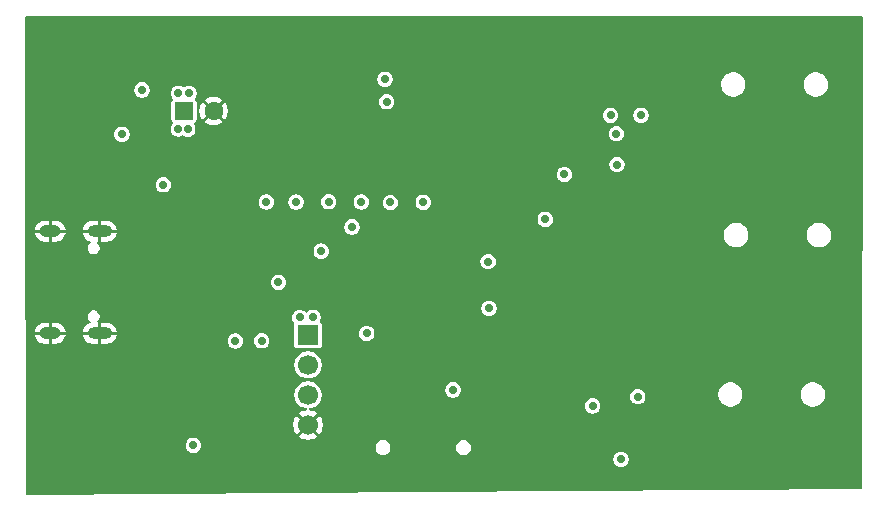
<source format=gbr>
%TF.GenerationSoftware,KiCad,Pcbnew,9.0.2*%
%TF.CreationDate,2025-07-12T15:53:05+01:00*%
%TF.ProjectId,EMG_hand_sensor,454d475f-6861-46e6-945f-73656e736f72,rev?*%
%TF.SameCoordinates,Original*%
%TF.FileFunction,Copper,L3,Inr*%
%TF.FilePolarity,Positive*%
%FSLAX46Y46*%
G04 Gerber Fmt 4.6, Leading zero omitted, Abs format (unit mm)*
G04 Created by KiCad (PCBNEW 9.0.2) date 2025-07-12 15:53:05*
%MOMM*%
%LPD*%
G01*
G04 APERTURE LIST*
G04 Aperture macros list*
%AMRoundRect*
0 Rectangle with rounded corners*
0 $1 Rounding radius*
0 $2 $3 $4 $5 $6 $7 $8 $9 X,Y pos of 4 corners*
0 Add a 4 corners polygon primitive as box body*
4,1,4,$2,$3,$4,$5,$6,$7,$8,$9,$2,$3,0*
0 Add four circle primitives for the rounded corners*
1,1,$1+$1,$2,$3*
1,1,$1+$1,$4,$5*
1,1,$1+$1,$6,$7*
1,1,$1+$1,$8,$9*
0 Add four rect primitives between the rounded corners*
20,1,$1+$1,$2,$3,$4,$5,0*
20,1,$1+$1,$4,$5,$6,$7,0*
20,1,$1+$1,$6,$7,$8,$9,0*
20,1,$1+$1,$8,$9,$2,$3,0*%
G04 Aperture macros list end*
%TA.AperFunction,ComponentPad*%
%ADD10R,1.700000X1.700000*%
%TD*%
%TA.AperFunction,ComponentPad*%
%ADD11C,1.700000*%
%TD*%
%TA.AperFunction,ComponentPad*%
%ADD12C,4.400000*%
%TD*%
%TA.AperFunction,ComponentPad*%
%ADD13RoundRect,0.250000X-0.550000X-0.550000X0.550000X-0.550000X0.550000X0.550000X-0.550000X0.550000X0*%
%TD*%
%TA.AperFunction,ComponentPad*%
%ADD14C,1.600000*%
%TD*%
%TA.AperFunction,HeatsinkPad*%
%ADD15O,2.100000X1.000000*%
%TD*%
%TA.AperFunction,HeatsinkPad*%
%ADD16O,1.800000X1.000000*%
%TD*%
%TA.AperFunction,ViaPad*%
%ADD17C,0.700000*%
%TD*%
G04 APERTURE END LIST*
D10*
%TO.N,+3.3V*%
%TO.C,J2*%
X168250000Y-77460000D03*
D11*
%TO.N,/SWD_IO*%
X168250000Y-80000000D03*
%TO.N,/SWD_CLK*%
X168250000Y-82540000D03*
%TO.N,GND*%
X168250000Y-85080000D03*
%TD*%
D12*
%TO.N,GND*%
%TO.C,H1*%
X147610000Y-86670000D03*
%TD*%
D13*
%TO.N,+3.3V*%
%TO.C,C10*%
X157750000Y-58500000D03*
D14*
%TO.N,GND*%
X160250000Y-58500000D03*
%TD*%
D12*
%TO.N,GND*%
%TO.C,H2*%
X147260000Y-54190000D03*
%TD*%
D15*
%TO.N,GND*%
%TO.C,J1*%
X150605000Y-68680000D03*
D16*
X146425000Y-68680000D03*
D15*
X150605000Y-77320000D03*
D16*
X146425000Y-77320000D03*
%TD*%
D17*
%TO.N,+3.3VA*%
X169370000Y-70370000D03*
%TO.N,GND*%
X147250000Y-67250000D03*
X146500000Y-67250000D03*
%TO.N,VBUS*%
X165750000Y-73000000D03*
%TO.N,GND*%
X151250000Y-67250000D03*
X150250000Y-67250000D03*
X145750000Y-67250000D03*
X151000000Y-78750000D03*
X150000000Y-78750000D03*
X147000000Y-78750000D03*
X146250000Y-78750000D03*
%TO.N,VBUS*%
X156000000Y-64750000D03*
%TO.N,+3.3VA*%
X183500000Y-71250000D03*
X162100000Y-77970000D03*
X164320000Y-77960000D03*
%TO.N,GND*%
X210660000Y-51480000D03*
X196600000Y-65060000D03*
X188841250Y-81420000D03*
X175500000Y-72250000D03*
X179250000Y-73750000D03*
X164350000Y-82366250D03*
X210700000Y-65370000D03*
X210580000Y-52610000D03*
X164740000Y-61750000D03*
X162120000Y-82406250D03*
X210660000Y-66590000D03*
X159770000Y-57020000D03*
X177860000Y-69970000D03*
X197620000Y-64151250D03*
X184751250Y-58310000D03*
X197991250Y-86680000D03*
X176650000Y-70980000D03*
X156001250Y-62680000D03*
X160760000Y-73010000D03*
X175450000Y-70010000D03*
X157270000Y-78280000D03*
X159750000Y-60020000D03*
X210650000Y-64160000D03*
X172710000Y-61830000D03*
X210290000Y-79870000D03*
X180600000Y-71770000D03*
X192600000Y-51800000D03*
X174080000Y-84220000D03*
X175180000Y-61800000D03*
X167180000Y-61790000D03*
X168680000Y-86610000D03*
X157020000Y-67738750D03*
X198791250Y-60520000D03*
X178020000Y-75070000D03*
X193241250Y-62480000D03*
X160730000Y-60060000D03*
X210580000Y-53510000D03*
X190161250Y-71760000D03*
X210340000Y-77660000D03*
X173280000Y-81691250D03*
X148820000Y-60350000D03*
X169970000Y-61798750D03*
X167550000Y-86590000D03*
X180550000Y-69980000D03*
X186941250Y-83460000D03*
X184740000Y-80520000D03*
X179350000Y-70920000D03*
X175540000Y-75100000D03*
X192350000Y-78760000D03*
X170950000Y-54578750D03*
X176500000Y-73750000D03*
X180080000Y-74990000D03*
X158661250Y-84220000D03*
X177930000Y-61798750D03*
X210340000Y-78830000D03*
X194231250Y-76480000D03*
X160680000Y-57020000D03*
%TO.N,+1V6*%
X192350000Y-83470000D03*
X189950000Y-63870000D03*
X174900000Y-57720000D03*
X193860000Y-58860000D03*
%TO.N,+3.3V*%
X154190000Y-56710000D03*
X172760000Y-66210000D03*
X164720000Y-66200000D03*
X196170000Y-82690000D03*
X194360000Y-60420000D03*
X196450000Y-58860000D03*
X158170000Y-57010000D03*
X158070000Y-60040000D03*
X152490000Y-60470000D03*
X157270000Y-60020000D03*
X174760000Y-55810000D03*
X194410000Y-63040000D03*
X168660000Y-75960000D03*
X175220000Y-66250000D03*
X158540000Y-86800000D03*
X157280000Y-57000000D03*
X171980000Y-68310000D03*
X167240000Y-66210000D03*
X169990000Y-66190000D03*
X194750000Y-88000000D03*
X183570000Y-75210000D03*
X178010000Y-66220000D03*
X180530000Y-82110000D03*
X167540000Y-75980000D03*
X173220000Y-77330000D03*
X188340000Y-67670000D03*
%TD*%
%TA.AperFunction,Conductor*%
%TO.N,GND*%
G36*
X215178055Y-50522174D02*
G01*
X215199729Y-50574500D01*
X215199729Y-50574536D01*
X215180279Y-90396149D01*
X215158579Y-90448464D01*
X215106836Y-90470111D01*
X177995972Y-90749515D01*
X177995944Y-90749515D01*
X144414613Y-90989382D01*
X144362133Y-90968082D01*
X144340086Y-90915913D01*
X144340084Y-90915438D01*
X144337930Y-87935932D01*
X194099500Y-87935932D01*
X194099500Y-88064067D01*
X194124497Y-88189739D01*
X194124498Y-88189742D01*
X194124499Y-88189744D01*
X194173535Y-88308127D01*
X194244724Y-88414669D01*
X194335331Y-88505276D01*
X194441873Y-88576465D01*
X194560256Y-88625501D01*
X194560258Y-88625501D01*
X194560260Y-88625502D01*
X194602903Y-88633984D01*
X194685931Y-88650500D01*
X194685933Y-88650500D01*
X194814067Y-88650500D01*
X194814069Y-88650500D01*
X194939744Y-88625501D01*
X195058127Y-88576465D01*
X195164669Y-88505276D01*
X195255276Y-88414669D01*
X195326465Y-88308127D01*
X195375501Y-88189744D01*
X195400500Y-88064069D01*
X195400500Y-87935931D01*
X195375501Y-87810256D01*
X195326465Y-87691873D01*
X195255276Y-87585331D01*
X195164669Y-87494724D01*
X195157211Y-87489741D01*
X195098483Y-87450500D01*
X195058127Y-87423535D01*
X195058124Y-87423533D01*
X195058123Y-87423533D01*
X194939742Y-87374498D01*
X194939739Y-87374497D01*
X194849696Y-87356586D01*
X194814069Y-87349500D01*
X194685931Y-87349500D01*
X194654726Y-87355707D01*
X194560260Y-87374497D01*
X194560257Y-87374498D01*
X194441876Y-87423533D01*
X194335331Y-87494723D01*
X194335330Y-87494725D01*
X194244725Y-87585330D01*
X194244723Y-87585331D01*
X194173533Y-87691876D01*
X194124498Y-87810257D01*
X194124497Y-87810260D01*
X194099500Y-87935932D01*
X144337930Y-87935932D01*
X144337062Y-86735932D01*
X157889500Y-86735932D01*
X157889500Y-86864067D01*
X157914497Y-86989739D01*
X157914498Y-86989742D01*
X157944469Y-87062099D01*
X157963535Y-87108127D01*
X158011207Y-87179473D01*
X158014171Y-87183910D01*
X158034724Y-87214669D01*
X158125331Y-87305276D01*
X158231873Y-87376465D01*
X158350256Y-87425501D01*
X158350258Y-87425501D01*
X158350260Y-87425502D01*
X158392903Y-87433984D01*
X158475931Y-87450500D01*
X158475933Y-87450500D01*
X158604067Y-87450500D01*
X158604069Y-87450500D01*
X158729744Y-87425501D01*
X158848127Y-87376465D01*
X158954669Y-87305276D01*
X159045276Y-87214669D01*
X159116465Y-87108127D01*
X159165501Y-86989744D01*
X159175813Y-86937901D01*
X173969500Y-86937901D01*
X173969500Y-87062098D01*
X173993727Y-87183903D01*
X173993729Y-87183910D01*
X174006469Y-87214668D01*
X174041258Y-87298654D01*
X174045683Y-87305276D01*
X174093249Y-87376465D01*
X174110258Y-87401920D01*
X174198080Y-87489742D01*
X174301346Y-87558742D01*
X174416090Y-87606271D01*
X174537901Y-87630500D01*
X174662099Y-87630500D01*
X174783910Y-87606271D01*
X174898654Y-87558742D01*
X175001920Y-87489742D01*
X175089742Y-87401920D01*
X175158742Y-87298654D01*
X175206271Y-87183910D01*
X175230500Y-87062099D01*
X175230500Y-86937901D01*
X180769500Y-86937901D01*
X180769500Y-87062098D01*
X180793727Y-87183903D01*
X180793729Y-87183910D01*
X180806469Y-87214668D01*
X180841258Y-87298654D01*
X180845683Y-87305276D01*
X180893249Y-87376465D01*
X180910258Y-87401920D01*
X180998080Y-87489742D01*
X181101346Y-87558742D01*
X181216090Y-87606271D01*
X181337901Y-87630500D01*
X181462099Y-87630500D01*
X181583910Y-87606271D01*
X181698654Y-87558742D01*
X181801920Y-87489742D01*
X181889742Y-87401920D01*
X181958742Y-87298654D01*
X182006271Y-87183910D01*
X182030500Y-87062099D01*
X182030500Y-86937901D01*
X182006271Y-86816090D01*
X181958742Y-86701346D01*
X181889742Y-86598080D01*
X181801920Y-86510258D01*
X181698654Y-86441258D01*
X181698651Y-86441256D01*
X181698650Y-86441256D01*
X181583910Y-86393729D01*
X181583903Y-86393727D01*
X181462099Y-86369500D01*
X181337901Y-86369500D01*
X181216096Y-86393727D01*
X181216089Y-86393729D01*
X181101349Y-86441256D01*
X180998080Y-86510257D01*
X180998079Y-86510259D01*
X180910259Y-86598079D01*
X180910257Y-86598080D01*
X180841256Y-86701349D01*
X180793729Y-86816089D01*
X180793727Y-86816096D01*
X180769500Y-86937901D01*
X175230500Y-86937901D01*
X175206271Y-86816090D01*
X175158742Y-86701346D01*
X175089742Y-86598080D01*
X175001920Y-86510258D01*
X174898654Y-86441258D01*
X174898651Y-86441256D01*
X174898650Y-86441256D01*
X174783910Y-86393729D01*
X174783903Y-86393727D01*
X174662099Y-86369500D01*
X174537901Y-86369500D01*
X174416096Y-86393727D01*
X174416089Y-86393729D01*
X174301349Y-86441256D01*
X174198080Y-86510257D01*
X174198079Y-86510259D01*
X174110259Y-86598079D01*
X174110257Y-86598080D01*
X174041256Y-86701349D01*
X173993729Y-86816089D01*
X173993727Y-86816096D01*
X173969500Y-86937901D01*
X159175813Y-86937901D01*
X159190500Y-86864069D01*
X159190500Y-86735931D01*
X159165501Y-86610256D01*
X159116465Y-86491873D01*
X159045276Y-86385331D01*
X158954669Y-86294724D01*
X158848127Y-86223535D01*
X158848124Y-86223533D01*
X158848123Y-86223533D01*
X158729742Y-86174498D01*
X158729739Y-86174497D01*
X158639696Y-86156586D01*
X158604069Y-86149500D01*
X158475931Y-86149500D01*
X158444726Y-86155707D01*
X158350260Y-86174497D01*
X158350257Y-86174498D01*
X158231876Y-86223533D01*
X158125331Y-86294723D01*
X158125330Y-86294725D01*
X158034725Y-86385330D01*
X158034723Y-86385331D01*
X157963533Y-86491876D01*
X157914498Y-86610257D01*
X157914497Y-86610260D01*
X157889500Y-86735932D01*
X144337062Y-86735932D01*
X144335793Y-84981622D01*
X167000000Y-84981622D01*
X167000000Y-85178377D01*
X167030778Y-85372706D01*
X167030781Y-85372719D01*
X167091577Y-85559828D01*
X167091579Y-85559833D01*
X167180903Y-85735142D01*
X167280709Y-85872512D01*
X167819269Y-85333951D01*
X167849901Y-85387007D01*
X167942993Y-85480099D01*
X167996046Y-85510729D01*
X167457486Y-86049289D01*
X167594857Y-86149096D01*
X167770166Y-86238420D01*
X167770171Y-86238422D01*
X167957280Y-86299218D01*
X167957293Y-86299221D01*
X168151622Y-86330000D01*
X168348378Y-86330000D01*
X168542706Y-86299221D01*
X168542719Y-86299218D01*
X168729828Y-86238422D01*
X168729833Y-86238420D01*
X168905139Y-86149097D01*
X169042512Y-86049289D01*
X168503953Y-85510729D01*
X168557007Y-85480099D01*
X168650099Y-85387007D01*
X168680729Y-85333952D01*
X169219289Y-85872512D01*
X169319097Y-85735139D01*
X169408420Y-85559833D01*
X169408422Y-85559828D01*
X169469218Y-85372719D01*
X169469221Y-85372706D01*
X169500000Y-85178377D01*
X169500000Y-84981622D01*
X169469221Y-84787293D01*
X169469218Y-84787280D01*
X169408422Y-84600171D01*
X169408420Y-84600166D01*
X169319096Y-84424857D01*
X169219289Y-84287486D01*
X168680729Y-84826045D01*
X168650099Y-84772993D01*
X168557007Y-84679901D01*
X168503951Y-84649269D01*
X169042512Y-84110709D01*
X168905142Y-84010903D01*
X168729833Y-83921579D01*
X168729828Y-83921577D01*
X168542719Y-83860781D01*
X168542706Y-83860778D01*
X168365543Y-83832718D01*
X168317252Y-83803125D01*
X168304030Y-83748053D01*
X168333623Y-83699762D01*
X168365539Y-83686541D01*
X168519409Y-83662171D01*
X168519416Y-83662168D01*
X168519419Y-83662168D01*
X168597601Y-83636765D01*
X168691639Y-83606211D01*
X168852994Y-83523996D01*
X168999501Y-83417553D01*
X169011122Y-83405932D01*
X191699500Y-83405932D01*
X191699500Y-83534067D01*
X191724497Y-83659739D01*
X191724498Y-83659742D01*
X191770667Y-83771205D01*
X191773535Y-83778127D01*
X191821207Y-83849473D01*
X191828762Y-83860781D01*
X191844724Y-83884669D01*
X191935331Y-83975276D01*
X192041873Y-84046465D01*
X192160256Y-84095501D01*
X192160258Y-84095501D01*
X192160260Y-84095502D01*
X192202903Y-84103984D01*
X192285931Y-84120500D01*
X192285933Y-84120500D01*
X192414067Y-84120500D01*
X192414069Y-84120500D01*
X192539744Y-84095501D01*
X192658127Y-84046465D01*
X192764669Y-83975276D01*
X192855276Y-83884669D01*
X192926465Y-83778127D01*
X192975501Y-83659744D01*
X193000500Y-83534069D01*
X193000500Y-83405931D01*
X192975501Y-83280256D01*
X192926465Y-83161873D01*
X192855276Y-83055331D01*
X192764669Y-82964724D01*
X192658127Y-82893535D01*
X192658124Y-82893533D01*
X192658123Y-82893533D01*
X192539742Y-82844498D01*
X192539739Y-82844497D01*
X192449696Y-82826586D01*
X192414069Y-82819500D01*
X192285931Y-82819500D01*
X192254726Y-82825707D01*
X192160260Y-82844497D01*
X192160257Y-82844498D01*
X192041876Y-82893533D01*
X191935331Y-82964723D01*
X191935330Y-82964725D01*
X191844725Y-83055330D01*
X191844723Y-83055331D01*
X191773533Y-83161876D01*
X191724498Y-83280257D01*
X191724497Y-83280260D01*
X191699500Y-83405932D01*
X169011122Y-83405932D01*
X169127553Y-83289501D01*
X169233996Y-83142994D01*
X169316211Y-82981639D01*
X169360770Y-82844498D01*
X169372168Y-82809419D01*
X169372168Y-82809416D01*
X169372171Y-82809409D01*
X169400500Y-82630546D01*
X169400500Y-82449454D01*
X169372171Y-82270591D01*
X169372169Y-82270586D01*
X169372168Y-82270580D01*
X169316212Y-82098364D01*
X169316211Y-82098363D01*
X169316211Y-82098361D01*
X169289496Y-82045931D01*
X179879500Y-82045931D01*
X179879500Y-82174069D01*
X179881620Y-82184725D01*
X179904497Y-82299739D01*
X179904498Y-82299742D01*
X179945407Y-82398506D01*
X179953535Y-82418127D01*
X180024724Y-82524669D01*
X180115331Y-82615276D01*
X180221873Y-82686465D01*
X180340256Y-82735501D01*
X180340258Y-82735501D01*
X180340260Y-82735502D01*
X180382903Y-82743984D01*
X180465931Y-82760500D01*
X180465933Y-82760500D01*
X180594067Y-82760500D01*
X180594069Y-82760500D01*
X180719744Y-82735501D01*
X180838127Y-82686465D01*
X180928723Y-82625931D01*
X195519500Y-82625931D01*
X195519500Y-82754069D01*
X195526586Y-82789696D01*
X195544497Y-82879739D01*
X195544498Y-82879742D01*
X195586703Y-82981635D01*
X195593535Y-82998127D01*
X195664724Y-83104669D01*
X195755331Y-83195276D01*
X195861873Y-83266465D01*
X195980256Y-83315501D01*
X195980258Y-83315501D01*
X195980260Y-83315502D01*
X196022903Y-83323984D01*
X196105931Y-83340500D01*
X196105933Y-83340500D01*
X196234067Y-83340500D01*
X196234069Y-83340500D01*
X196359744Y-83315501D01*
X196478127Y-83266465D01*
X196584669Y-83195276D01*
X196675276Y-83104669D01*
X196746465Y-82998127D01*
X196795501Y-82879744D01*
X196820500Y-82754069D01*
X196820500Y-82625931D01*
X196808168Y-82563939D01*
X196795502Y-82500260D01*
X196795500Y-82500253D01*
X196763579Y-82423188D01*
X196753354Y-82398505D01*
X202969500Y-82398505D01*
X202969500Y-82601495D01*
X202974361Y-82625931D01*
X203009100Y-82800580D01*
X203009103Y-82800590D01*
X203086780Y-82988120D01*
X203086782Y-82988123D01*
X203086783Y-82988125D01*
X203093466Y-82998127D01*
X203190263Y-83142995D01*
X203199558Y-83156905D01*
X203343095Y-83300442D01*
X203511875Y-83413217D01*
X203511880Y-83413219D01*
X203511879Y-83413219D01*
X203699409Y-83490896D01*
X203699414Y-83490898D01*
X203898505Y-83530500D01*
X203898507Y-83530500D01*
X204101493Y-83530500D01*
X204101495Y-83530500D01*
X204300586Y-83490898D01*
X204488125Y-83413217D01*
X204656905Y-83300442D01*
X204800442Y-83156905D01*
X204913217Y-82988125D01*
X204990898Y-82800586D01*
X205030500Y-82601495D01*
X205030500Y-82398505D01*
X209969500Y-82398505D01*
X209969500Y-82601495D01*
X209974361Y-82625931D01*
X210009100Y-82800580D01*
X210009103Y-82800590D01*
X210086780Y-82988120D01*
X210086782Y-82988123D01*
X210086783Y-82988125D01*
X210093466Y-82998127D01*
X210190263Y-83142995D01*
X210199558Y-83156905D01*
X210343095Y-83300442D01*
X210511875Y-83413217D01*
X210511880Y-83413219D01*
X210511879Y-83413219D01*
X210699409Y-83490896D01*
X210699414Y-83490898D01*
X210898505Y-83530500D01*
X210898507Y-83530500D01*
X211101493Y-83530500D01*
X211101495Y-83530500D01*
X211300586Y-83490898D01*
X211488125Y-83413217D01*
X211656905Y-83300442D01*
X211800442Y-83156905D01*
X211913217Y-82988125D01*
X211990898Y-82800586D01*
X212030500Y-82601495D01*
X212030500Y-82398505D01*
X211990898Y-82199414D01*
X211927324Y-82045932D01*
X211913219Y-82011879D01*
X211913218Y-82011877D01*
X211913217Y-82011875D01*
X211800442Y-81843095D01*
X211656905Y-81699558D01*
X211650577Y-81695330D01*
X211601360Y-81662444D01*
X211488125Y-81586783D01*
X211488121Y-81586781D01*
X211488119Y-81586780D01*
X211488120Y-81586780D01*
X211300590Y-81509103D01*
X211300580Y-81509100D01*
X211167256Y-81482580D01*
X211101495Y-81469500D01*
X210898505Y-81469500D01*
X210842064Y-81480726D01*
X210699419Y-81509100D01*
X210699409Y-81509103D01*
X210511879Y-81586780D01*
X210343095Y-81699557D01*
X210343094Y-81699559D01*
X210199559Y-81843094D01*
X210199557Y-81843095D01*
X210086780Y-82011879D01*
X210009103Y-82199409D01*
X210009100Y-82199419D01*
X209989146Y-82299739D01*
X209969500Y-82398505D01*
X205030500Y-82398505D01*
X204990898Y-82199414D01*
X204927324Y-82045932D01*
X204913219Y-82011879D01*
X204913218Y-82011877D01*
X204913217Y-82011875D01*
X204800442Y-81843095D01*
X204656905Y-81699558D01*
X204650577Y-81695330D01*
X204601360Y-81662444D01*
X204488125Y-81586783D01*
X204488121Y-81586781D01*
X204488119Y-81586780D01*
X204488120Y-81586780D01*
X204300590Y-81509103D01*
X204300580Y-81509100D01*
X204167256Y-81482580D01*
X204101495Y-81469500D01*
X203898505Y-81469500D01*
X203842064Y-81480726D01*
X203699419Y-81509100D01*
X203699409Y-81509103D01*
X203511879Y-81586780D01*
X203343095Y-81699557D01*
X203343094Y-81699559D01*
X203199559Y-81843094D01*
X203199557Y-81843095D01*
X203086780Y-82011879D01*
X203009103Y-82199409D01*
X203009100Y-82199419D01*
X202989146Y-82299739D01*
X202969500Y-82398505D01*
X196753354Y-82398505D01*
X196746466Y-82381876D01*
X196746465Y-82381873D01*
X196675276Y-82275331D01*
X196584669Y-82184724D01*
X196478127Y-82113535D01*
X196478124Y-82113533D01*
X196478123Y-82113533D01*
X196359742Y-82064498D01*
X196359739Y-82064497D01*
X196266399Y-82045931D01*
X196234069Y-82039500D01*
X196105931Y-82039500D01*
X196074726Y-82045707D01*
X195980260Y-82064497D01*
X195980257Y-82064498D01*
X195861876Y-82113533D01*
X195755331Y-82184723D01*
X195755330Y-82184725D01*
X195664725Y-82275330D01*
X195664723Y-82275331D01*
X195593533Y-82381876D01*
X195544498Y-82500257D01*
X195544497Y-82500260D01*
X195524361Y-82601493D01*
X195519500Y-82625931D01*
X180928723Y-82625931D01*
X180944669Y-82615276D01*
X181035276Y-82524669D01*
X181106465Y-82418127D01*
X181155501Y-82299744D01*
X181180500Y-82174069D01*
X181180500Y-82045931D01*
X181168168Y-81983939D01*
X181155502Y-81920260D01*
X181155501Y-81920257D01*
X181123539Y-81843095D01*
X181106465Y-81801873D01*
X181035276Y-81695331D01*
X180944669Y-81604724D01*
X180838127Y-81533535D01*
X180838124Y-81533533D01*
X180838123Y-81533533D01*
X180719742Y-81484498D01*
X180719739Y-81484497D01*
X180629696Y-81466586D01*
X180594069Y-81459500D01*
X180465931Y-81459500D01*
X180434726Y-81465707D01*
X180340260Y-81484497D01*
X180340257Y-81484498D01*
X180221876Y-81533533D01*
X180115331Y-81604723D01*
X180115330Y-81604725D01*
X180024725Y-81695330D01*
X180024723Y-81695331D01*
X179953533Y-81801876D01*
X179904498Y-81920257D01*
X179904497Y-81920260D01*
X179883043Y-82028117D01*
X179879500Y-82045931D01*
X169289496Y-82045931D01*
X169233996Y-81937006D01*
X169221826Y-81920256D01*
X169165765Y-81843094D01*
X169127553Y-81790499D01*
X168999501Y-81662447D01*
X168895354Y-81586780D01*
X168852996Y-81556005D01*
X168712656Y-81484498D01*
X168691639Y-81473789D01*
X168691638Y-81473788D01*
X168691635Y-81473787D01*
X168691636Y-81473787D01*
X168519419Y-81417831D01*
X168519406Y-81417828D01*
X168340547Y-81389500D01*
X168340546Y-81389500D01*
X168159454Y-81389500D01*
X168159453Y-81389500D01*
X167980593Y-81417828D01*
X167980580Y-81417831D01*
X167808364Y-81473787D01*
X167647004Y-81556005D01*
X167647003Y-81556005D01*
X167500503Y-81662444D01*
X167500499Y-81662447D01*
X167372447Y-81790499D01*
X167372444Y-81790502D01*
X167372444Y-81790503D01*
X167266005Y-81937003D01*
X167266005Y-81937004D01*
X167183787Y-82098364D01*
X167127831Y-82270580D01*
X167127828Y-82270593D01*
X167099500Y-82449453D01*
X167099500Y-82630546D01*
X167127828Y-82809406D01*
X167127831Y-82809419D01*
X167183787Y-82981635D01*
X167183788Y-82981638D01*
X167183789Y-82981639D01*
X167246476Y-83104669D01*
X167266005Y-83142995D01*
X167266005Y-83142996D01*
X167303988Y-83195275D01*
X167372447Y-83289501D01*
X167500499Y-83417553D01*
X167647006Y-83523996D01*
X167808361Y-83606211D01*
X167808364Y-83606212D01*
X167808363Y-83606212D01*
X167980580Y-83662168D01*
X167980586Y-83662169D01*
X167980591Y-83662171D01*
X168134457Y-83686540D01*
X168182747Y-83716133D01*
X168195969Y-83771205D01*
X168166376Y-83819496D01*
X168134457Y-83832718D01*
X167957291Y-83860779D01*
X167957280Y-83860781D01*
X167770171Y-83921577D01*
X167770166Y-83921579D01*
X167594857Y-84010903D01*
X167457486Y-84110709D01*
X167996046Y-84649270D01*
X167942993Y-84679901D01*
X167849901Y-84772993D01*
X167819270Y-84826046D01*
X167280709Y-84287486D01*
X167180903Y-84424857D01*
X167091579Y-84600166D01*
X167091577Y-84600171D01*
X167030781Y-84787280D01*
X167030778Y-84787293D01*
X167000000Y-84981622D01*
X144335793Y-84981622D01*
X144332126Y-79909453D01*
X167099500Y-79909453D01*
X167099500Y-80090546D01*
X167127828Y-80269406D01*
X167127831Y-80269419D01*
X167183787Y-80441635D01*
X167183788Y-80441638D01*
X167183789Y-80441639D01*
X167266004Y-80602994D01*
X167372447Y-80749501D01*
X167500499Y-80877553D01*
X167647006Y-80983996D01*
X167808361Y-81066211D01*
X167808364Y-81066212D01*
X167808363Y-81066212D01*
X167980580Y-81122168D01*
X167980586Y-81122169D01*
X167980591Y-81122171D01*
X168099833Y-81141057D01*
X168159453Y-81150500D01*
X168159454Y-81150500D01*
X168340547Y-81150500D01*
X168385261Y-81143417D01*
X168519409Y-81122171D01*
X168519416Y-81122168D01*
X168519419Y-81122168D01*
X168597601Y-81096765D01*
X168691639Y-81066211D01*
X168852994Y-80983996D01*
X168999501Y-80877553D01*
X169127553Y-80749501D01*
X169233996Y-80602994D01*
X169316211Y-80441639D01*
X169372171Y-80269409D01*
X169400500Y-80090546D01*
X169400500Y-79909454D01*
X169372171Y-79730591D01*
X169372169Y-79730586D01*
X169372168Y-79730580D01*
X169316212Y-79558364D01*
X169316211Y-79558363D01*
X169316211Y-79558361D01*
X169233996Y-79397006D01*
X169127553Y-79250499D01*
X168999501Y-79122447D01*
X168914128Y-79060420D01*
X168852996Y-79016005D01*
X168691635Y-78933787D01*
X168691636Y-78933787D01*
X168519419Y-78877831D01*
X168519406Y-78877828D01*
X168340547Y-78849500D01*
X168340546Y-78849500D01*
X168159454Y-78849500D01*
X168159453Y-78849500D01*
X167980593Y-78877828D01*
X167980580Y-78877831D01*
X167808364Y-78933787D01*
X167647004Y-79016005D01*
X167647003Y-79016005D01*
X167500503Y-79122444D01*
X167500499Y-79122447D01*
X167372447Y-79250499D01*
X167372444Y-79250502D01*
X167372444Y-79250503D01*
X167266005Y-79397003D01*
X167266005Y-79397004D01*
X167183787Y-79558364D01*
X167127831Y-79730580D01*
X167127828Y-79730593D01*
X167099500Y-79909453D01*
X144332126Y-79909453D01*
X144330307Y-77394069D01*
X144330178Y-77214944D01*
X144330178Y-77214943D01*
X144330164Y-77194999D01*
X145132231Y-77194999D01*
X145132232Y-77195000D01*
X145750758Y-77195000D01*
X145745444Y-77204204D01*
X145725000Y-77280504D01*
X145725000Y-77359496D01*
X145745444Y-77435796D01*
X145750758Y-77445000D01*
X145132231Y-77445000D01*
X145159584Y-77582513D01*
X145159587Y-77582524D01*
X145227427Y-77746305D01*
X145325923Y-77893716D01*
X145451283Y-78019076D01*
X145598695Y-78117572D01*
X145598694Y-78117572D01*
X145762475Y-78185412D01*
X145762486Y-78185415D01*
X145936359Y-78220000D01*
X146300000Y-78220000D01*
X146300000Y-77620000D01*
X146550000Y-77620000D01*
X146550000Y-78220000D01*
X146913641Y-78220000D01*
X147087513Y-78185415D01*
X147087524Y-78185412D01*
X147251305Y-78117572D01*
X147398716Y-78019076D01*
X147398718Y-78019075D01*
X147524075Y-77893718D01*
X147524076Y-77893716D01*
X147622572Y-77746305D01*
X147690412Y-77582524D01*
X147690415Y-77582513D01*
X147717768Y-77445000D01*
X147099242Y-77445000D01*
X147104556Y-77435796D01*
X147125000Y-77359496D01*
X147125000Y-77280504D01*
X147104556Y-77204204D01*
X147099242Y-77195000D01*
X147717768Y-77195000D01*
X147717768Y-77194999D01*
X149162231Y-77194999D01*
X149162232Y-77195000D01*
X149780758Y-77195000D01*
X149775444Y-77204204D01*
X149755000Y-77280504D01*
X149755000Y-77359496D01*
X149775444Y-77435796D01*
X149780758Y-77445000D01*
X149162231Y-77445000D01*
X149189584Y-77582513D01*
X149189587Y-77582524D01*
X149257427Y-77746305D01*
X149355923Y-77893716D01*
X149481283Y-78019076D01*
X149628695Y-78117572D01*
X149628694Y-78117572D01*
X149792475Y-78185412D01*
X149792486Y-78185415D01*
X149966359Y-78220000D01*
X150480000Y-78220000D01*
X150480000Y-77620000D01*
X150730000Y-77620000D01*
X150730000Y-78220000D01*
X151243641Y-78220000D01*
X151417513Y-78185415D01*
X151417524Y-78185412D01*
X151581305Y-78117572D01*
X151728716Y-78019076D01*
X151728718Y-78019075D01*
X151841861Y-77905932D01*
X161449500Y-77905932D01*
X161449500Y-78034067D01*
X161474497Y-78159739D01*
X161474498Y-78159742D01*
X161474499Y-78159744D01*
X161523535Y-78278127D01*
X161571207Y-78349473D01*
X161588041Y-78374668D01*
X161594724Y-78384669D01*
X161685331Y-78475276D01*
X161791873Y-78546465D01*
X161910256Y-78595501D01*
X161910258Y-78595501D01*
X161910260Y-78595502D01*
X161952903Y-78603984D01*
X162035931Y-78620500D01*
X162035933Y-78620500D01*
X162164067Y-78620500D01*
X162164069Y-78620500D01*
X162289744Y-78595501D01*
X162408127Y-78546465D01*
X162514669Y-78475276D01*
X162605276Y-78384669D01*
X162676465Y-78278127D01*
X162725501Y-78159744D01*
X162750500Y-78034069D01*
X162750500Y-77905931D01*
X162748511Y-77895932D01*
X163669500Y-77895932D01*
X163669500Y-78024067D01*
X163694497Y-78149739D01*
X163694498Y-78149742D01*
X163694499Y-78149744D01*
X163743535Y-78268127D01*
X163814724Y-78374669D01*
X163905331Y-78465276D01*
X164011873Y-78536465D01*
X164130256Y-78585501D01*
X164130258Y-78585501D01*
X164130260Y-78585502D01*
X164172903Y-78593984D01*
X164255931Y-78610500D01*
X164255933Y-78610500D01*
X164384067Y-78610500D01*
X164384069Y-78610500D01*
X164509744Y-78585501D01*
X164628127Y-78536465D01*
X164734669Y-78465276D01*
X164825276Y-78374669D01*
X164896465Y-78268127D01*
X164945501Y-78149744D01*
X164970500Y-78024069D01*
X164970500Y-77895931D01*
X164947491Y-77780260D01*
X164945502Y-77770260D01*
X164945501Y-77770257D01*
X164896466Y-77651876D01*
X164896465Y-77651873D01*
X164825276Y-77545331D01*
X164734669Y-77454724D01*
X164628127Y-77383535D01*
X164628124Y-77383533D01*
X164628123Y-77383533D01*
X164509742Y-77334498D01*
X164509739Y-77334497D01*
X164419696Y-77316586D01*
X164384069Y-77309500D01*
X164255931Y-77309500D01*
X164224726Y-77315707D01*
X164130260Y-77334497D01*
X164130257Y-77334498D01*
X164011876Y-77383533D01*
X163905331Y-77454723D01*
X163905330Y-77454725D01*
X163814725Y-77545330D01*
X163814723Y-77545331D01*
X163743533Y-77651876D01*
X163694498Y-77770257D01*
X163694497Y-77770260D01*
X163669500Y-77895932D01*
X162748511Y-77895932D01*
X162725501Y-77780256D01*
X162676465Y-77661873D01*
X162605276Y-77555331D01*
X162514669Y-77464724D01*
X162499704Y-77454725D01*
X162471375Y-77435796D01*
X162408127Y-77393535D01*
X162408124Y-77393533D01*
X162408123Y-77393533D01*
X162289742Y-77344498D01*
X162289739Y-77344497D01*
X162199696Y-77326586D01*
X162164069Y-77319500D01*
X162035931Y-77319500D01*
X162004726Y-77325707D01*
X161910260Y-77344497D01*
X161910257Y-77344498D01*
X161791876Y-77393533D01*
X161685331Y-77464723D01*
X161685330Y-77464725D01*
X161594725Y-77555330D01*
X161594723Y-77555331D01*
X161523533Y-77661876D01*
X161474498Y-77780257D01*
X161474497Y-77780260D01*
X161449500Y-77905932D01*
X151841861Y-77905932D01*
X151854075Y-77893718D01*
X151854076Y-77893716D01*
X151875814Y-77861184D01*
X151952572Y-77746305D01*
X152020412Y-77582524D01*
X152020415Y-77582513D01*
X152047768Y-77445000D01*
X151429242Y-77445000D01*
X151434556Y-77435796D01*
X151455000Y-77359496D01*
X151455000Y-77280504D01*
X151434556Y-77204204D01*
X151429242Y-77195000D01*
X152047768Y-77195000D01*
X152047768Y-77194999D01*
X152020415Y-77057486D01*
X152020412Y-77057475D01*
X151952572Y-76893694D01*
X151854076Y-76746283D01*
X151728716Y-76620923D01*
X151581304Y-76522427D01*
X151581305Y-76522427D01*
X151417524Y-76454587D01*
X151417513Y-76454584D01*
X151243641Y-76420000D01*
X150730000Y-76420000D01*
X150730000Y-77020000D01*
X150480000Y-77020000D01*
X150480000Y-76434788D01*
X150435063Y-76411996D01*
X150427271Y-76402907D01*
X150416211Y-76398326D01*
X150409542Y-76382226D01*
X150398201Y-76368997D01*
X150399118Y-76357060D01*
X150394537Y-76346000D01*
X150401205Y-76329900D01*
X150402541Y-76312526D01*
X150411629Y-76304734D01*
X150416211Y-76293674D01*
X150446310Y-76263575D01*
X150509501Y-76200384D01*
X150576051Y-76085116D01*
X150610499Y-75956552D01*
X150610500Y-75956552D01*
X150610500Y-75915932D01*
X166889500Y-75915932D01*
X166889500Y-76044067D01*
X166914497Y-76169739D01*
X166914498Y-76169742D01*
X166955250Y-76268127D01*
X166963535Y-76288127D01*
X167005742Y-76351294D01*
X167034723Y-76394668D01*
X167090354Y-76450299D01*
X167112028Y-76502625D01*
X167105726Y-76532507D01*
X167102416Y-76540005D01*
X167102413Y-76540013D01*
X167099500Y-76565135D01*
X167099500Y-78354863D01*
X167102414Y-78379986D01*
X167102415Y-78379992D01*
X167104481Y-78384670D01*
X167147794Y-78482765D01*
X167227235Y-78562206D01*
X167330009Y-78607585D01*
X167355135Y-78610500D01*
X169144864Y-78610499D01*
X169169991Y-78607585D01*
X169272765Y-78562206D01*
X169352206Y-78482765D01*
X169397585Y-78379991D01*
X169400500Y-78354865D01*
X169400499Y-77265932D01*
X172569500Y-77265932D01*
X172569500Y-77394067D01*
X172594497Y-77519739D01*
X172594498Y-77519742D01*
X172636026Y-77620000D01*
X172643535Y-77638127D01*
X172714724Y-77744669D01*
X172805331Y-77835276D01*
X172911873Y-77906465D01*
X173030256Y-77955501D01*
X173030258Y-77955501D01*
X173030260Y-77955502D01*
X173072903Y-77963984D01*
X173155931Y-77980500D01*
X173155933Y-77980500D01*
X173284067Y-77980500D01*
X173284069Y-77980500D01*
X173409744Y-77955501D01*
X173528127Y-77906465D01*
X173634669Y-77835276D01*
X173725276Y-77744669D01*
X173796465Y-77638127D01*
X173845501Y-77519744D01*
X173870500Y-77394069D01*
X173870500Y-77265931D01*
X173845501Y-77140256D01*
X173796465Y-77021873D01*
X173725276Y-76915331D01*
X173634669Y-76824724D01*
X173528127Y-76753535D01*
X173528124Y-76753533D01*
X173528123Y-76753533D01*
X173409742Y-76704498D01*
X173409739Y-76704497D01*
X173319696Y-76686586D01*
X173284069Y-76679500D01*
X173155931Y-76679500D01*
X173124726Y-76685707D01*
X173030260Y-76704497D01*
X173030257Y-76704498D01*
X172911876Y-76753533D01*
X172805331Y-76824723D01*
X172805330Y-76824725D01*
X172714725Y-76915330D01*
X172714723Y-76915331D01*
X172643533Y-77021876D01*
X172594498Y-77140257D01*
X172594497Y-77140260D01*
X172569500Y-77265932D01*
X169400499Y-77265932D01*
X169400499Y-76565136D01*
X169397585Y-76540009D01*
X169352206Y-76437235D01*
X169272765Y-76357794D01*
X169272762Y-76357791D01*
X169267109Y-76353919D01*
X169268906Y-76351294D01*
X169237713Y-76318620D01*
X169238351Y-76263575D01*
X169277217Y-76169744D01*
X169285501Y-76149744D01*
X169310500Y-76024069D01*
X169310500Y-75895931D01*
X169289479Y-75790256D01*
X169285502Y-75770260D01*
X169285501Y-75770257D01*
X169254280Y-75694884D01*
X169236465Y-75651873D01*
X169165276Y-75545331D01*
X169074669Y-75454724D01*
X168968127Y-75383535D01*
X168968124Y-75383533D01*
X168968123Y-75383533D01*
X168849742Y-75334498D01*
X168849739Y-75334497D01*
X168759696Y-75316586D01*
X168724069Y-75309500D01*
X168595931Y-75309500D01*
X168564726Y-75315707D01*
X168470260Y-75334497D01*
X168470257Y-75334498D01*
X168351876Y-75383533D01*
X168245331Y-75454723D01*
X168245330Y-75454724D01*
X168154722Y-75545333D01*
X168154719Y-75545336D01*
X168152969Y-75547957D01*
X168105877Y-75579422D01*
X168050328Y-75568372D01*
X168039115Y-75559170D01*
X167954668Y-75474723D01*
X167919473Y-75451207D01*
X167848127Y-75403535D01*
X167848124Y-75403533D01*
X167848123Y-75403533D01*
X167729742Y-75354498D01*
X167729739Y-75354497D01*
X167639696Y-75336586D01*
X167604069Y-75329500D01*
X167475931Y-75329500D01*
X167450810Y-75334497D01*
X167350260Y-75354497D01*
X167350257Y-75354498D01*
X167231876Y-75403533D01*
X167125331Y-75474723D01*
X167125330Y-75474725D01*
X167034725Y-75565330D01*
X167034723Y-75565331D01*
X166963533Y-75671876D01*
X166914498Y-75790257D01*
X166914497Y-75790260D01*
X166889500Y-75915932D01*
X150610500Y-75915932D01*
X150610500Y-75823448D01*
X150610499Y-75823447D01*
X150576052Y-75694888D01*
X150576051Y-75694884D01*
X150509501Y-75579616D01*
X150415384Y-75485499D01*
X150396721Y-75474724D01*
X150300120Y-75418951D01*
X150300111Y-75418947D01*
X150171552Y-75384500D01*
X150171550Y-75384500D01*
X150038450Y-75384500D01*
X150038448Y-75384500D01*
X149909888Y-75418947D01*
X149909879Y-75418951D01*
X149794615Y-75485499D01*
X149700499Y-75579615D01*
X149633951Y-75694879D01*
X149633947Y-75694888D01*
X149599500Y-75823447D01*
X149599500Y-75956552D01*
X149633947Y-76085111D01*
X149633948Y-76085114D01*
X149633949Y-76085116D01*
X149700499Y-76200384D01*
X149794616Y-76294501D01*
X149820595Y-76309500D01*
X149830021Y-76314942D01*
X149864500Y-76359875D01*
X149857107Y-76416028D01*
X149812174Y-76450507D01*
X149807460Y-76451606D01*
X149792482Y-76454585D01*
X149792475Y-76454587D01*
X149628694Y-76522427D01*
X149481283Y-76620923D01*
X149481282Y-76620925D01*
X149355925Y-76746282D01*
X149355923Y-76746283D01*
X149257427Y-76893694D01*
X149189587Y-77057475D01*
X149189584Y-77057486D01*
X149162231Y-77194999D01*
X147717768Y-77194999D01*
X147690415Y-77057486D01*
X147690412Y-77057475D01*
X147622572Y-76893694D01*
X147524076Y-76746283D01*
X147398716Y-76620923D01*
X147251304Y-76522427D01*
X147251305Y-76522427D01*
X147087524Y-76454587D01*
X147087513Y-76454584D01*
X146913641Y-76420000D01*
X146550000Y-76420000D01*
X146550000Y-77020000D01*
X146300000Y-77020000D01*
X146300000Y-76420000D01*
X145936359Y-76420000D01*
X145762486Y-76454584D01*
X145762475Y-76454587D01*
X145598694Y-76522427D01*
X145451283Y-76620923D01*
X145451282Y-76620925D01*
X145325925Y-76746282D01*
X145325923Y-76746283D01*
X145227427Y-76893694D01*
X145159587Y-77057475D01*
X145159584Y-77057486D01*
X145132231Y-77194999D01*
X144330164Y-77194999D01*
X144328683Y-75145932D01*
X182919500Y-75145932D01*
X182919500Y-75274067D01*
X182944497Y-75399739D01*
X182944498Y-75399742D01*
X182967272Y-75454724D01*
X182993535Y-75518127D01*
X183064724Y-75624669D01*
X183155331Y-75715276D01*
X183261873Y-75786465D01*
X183380256Y-75835501D01*
X183380258Y-75835501D01*
X183380260Y-75835502D01*
X183422903Y-75843984D01*
X183505931Y-75860500D01*
X183505933Y-75860500D01*
X183634067Y-75860500D01*
X183634069Y-75860500D01*
X183759744Y-75835501D01*
X183878127Y-75786465D01*
X183984669Y-75715276D01*
X184075276Y-75624669D01*
X184146465Y-75518127D01*
X184195501Y-75399744D01*
X184220500Y-75274069D01*
X184220500Y-75145931D01*
X184195501Y-75020256D01*
X184146465Y-74901873D01*
X184075276Y-74795331D01*
X183984669Y-74704724D01*
X183878127Y-74633535D01*
X183878124Y-74633533D01*
X183878123Y-74633533D01*
X183759742Y-74584498D01*
X183759739Y-74584497D01*
X183669696Y-74566586D01*
X183634069Y-74559500D01*
X183505931Y-74559500D01*
X183474726Y-74565707D01*
X183380260Y-74584497D01*
X183380257Y-74584498D01*
X183261876Y-74633533D01*
X183155331Y-74704723D01*
X183155330Y-74704725D01*
X183064725Y-74795330D01*
X183064723Y-74795331D01*
X182993533Y-74901876D01*
X182944498Y-75020257D01*
X182944497Y-75020260D01*
X182919500Y-75145932D01*
X144328683Y-75145932D01*
X144328680Y-75142349D01*
X144327085Y-72935932D01*
X165099500Y-72935932D01*
X165099500Y-73064067D01*
X165124497Y-73189739D01*
X165124498Y-73189742D01*
X165124499Y-73189744D01*
X165173535Y-73308127D01*
X165244724Y-73414669D01*
X165335331Y-73505276D01*
X165441873Y-73576465D01*
X165560256Y-73625501D01*
X165560258Y-73625501D01*
X165560260Y-73625502D01*
X165602903Y-73633984D01*
X165685931Y-73650500D01*
X165685933Y-73650500D01*
X165814067Y-73650500D01*
X165814069Y-73650500D01*
X165939744Y-73625501D01*
X166058127Y-73576465D01*
X166164669Y-73505276D01*
X166255276Y-73414669D01*
X166326465Y-73308127D01*
X166375501Y-73189744D01*
X166400500Y-73064069D01*
X166400500Y-72935931D01*
X166375501Y-72810256D01*
X166326465Y-72691873D01*
X166255276Y-72585331D01*
X166164669Y-72494724D01*
X166058127Y-72423535D01*
X166058124Y-72423533D01*
X166058123Y-72423533D01*
X165939742Y-72374498D01*
X165939739Y-72374497D01*
X165849696Y-72356586D01*
X165814069Y-72349500D01*
X165685931Y-72349500D01*
X165654726Y-72355707D01*
X165560260Y-72374497D01*
X165560257Y-72374498D01*
X165441876Y-72423533D01*
X165335331Y-72494723D01*
X165335330Y-72494725D01*
X165244725Y-72585330D01*
X165244723Y-72585331D01*
X165173533Y-72691876D01*
X165124498Y-72810257D01*
X165124497Y-72810260D01*
X165099500Y-72935932D01*
X144327085Y-72935932D01*
X144327082Y-72932350D01*
X144327082Y-72932349D01*
X144325820Y-71185932D01*
X182849500Y-71185932D01*
X182849500Y-71314067D01*
X182874497Y-71439739D01*
X182874498Y-71439742D01*
X182874499Y-71439744D01*
X182923535Y-71558127D01*
X182994724Y-71664669D01*
X183085331Y-71755276D01*
X183191873Y-71826465D01*
X183310256Y-71875501D01*
X183310258Y-71875501D01*
X183310260Y-71875502D01*
X183352903Y-71883984D01*
X183435931Y-71900500D01*
X183435933Y-71900500D01*
X183564067Y-71900500D01*
X183564069Y-71900500D01*
X183689744Y-71875501D01*
X183808127Y-71826465D01*
X183914669Y-71755276D01*
X184005276Y-71664669D01*
X184076465Y-71558127D01*
X184125501Y-71439744D01*
X184150500Y-71314069D01*
X184150500Y-71185931D01*
X184125501Y-71060256D01*
X184076465Y-70941873D01*
X184005276Y-70835331D01*
X183914669Y-70744724D01*
X183808127Y-70673535D01*
X183808124Y-70673533D01*
X183808123Y-70673533D01*
X183689742Y-70624498D01*
X183689739Y-70624497D01*
X183599696Y-70606586D01*
X183564069Y-70599500D01*
X183435931Y-70599500D01*
X183404726Y-70605707D01*
X183310260Y-70624497D01*
X183310257Y-70624498D01*
X183191876Y-70673533D01*
X183085331Y-70744723D01*
X183085330Y-70744725D01*
X182994725Y-70835330D01*
X182994723Y-70835331D01*
X182923533Y-70941876D01*
X182874498Y-71060257D01*
X182874497Y-71060260D01*
X182849500Y-71185932D01*
X144325820Y-71185932D01*
X144325817Y-71182349D01*
X144324083Y-68785164D01*
X144323931Y-68574944D01*
X144323917Y-68554999D01*
X145132231Y-68554999D01*
X145132232Y-68555000D01*
X145750758Y-68555000D01*
X145745444Y-68564204D01*
X145725000Y-68640504D01*
X145725000Y-68719496D01*
X145745444Y-68795796D01*
X145750758Y-68805000D01*
X145132231Y-68805000D01*
X145159584Y-68942513D01*
X145159587Y-68942524D01*
X145227427Y-69106305D01*
X145325923Y-69253716D01*
X145451283Y-69379076D01*
X145598695Y-69477572D01*
X145598694Y-69477572D01*
X145762475Y-69545412D01*
X145762486Y-69545415D01*
X145936359Y-69580000D01*
X146300000Y-69580000D01*
X146300000Y-68980000D01*
X146550000Y-68980000D01*
X146550000Y-69580000D01*
X146913641Y-69580000D01*
X147087513Y-69545415D01*
X147087524Y-69545412D01*
X147251305Y-69477572D01*
X147398716Y-69379076D01*
X147398718Y-69379075D01*
X147524075Y-69253718D01*
X147524076Y-69253716D01*
X147622572Y-69106305D01*
X147690412Y-68942524D01*
X147690415Y-68942513D01*
X147717768Y-68805000D01*
X147099242Y-68805000D01*
X147104556Y-68795796D01*
X147125000Y-68719496D01*
X147125000Y-68640504D01*
X147104556Y-68564204D01*
X147099242Y-68555000D01*
X147717768Y-68555000D01*
X147717768Y-68554999D01*
X149162231Y-68554999D01*
X149162232Y-68555000D01*
X149780758Y-68555000D01*
X149775444Y-68564204D01*
X149755000Y-68640504D01*
X149755000Y-68719496D01*
X149775444Y-68795796D01*
X149780758Y-68805000D01*
X149162231Y-68805000D01*
X149189584Y-68942513D01*
X149189587Y-68942524D01*
X149257427Y-69106305D01*
X149355923Y-69253716D01*
X149481283Y-69379076D01*
X149628695Y-69477572D01*
X149628694Y-69477572D01*
X149792475Y-69545412D01*
X149792488Y-69545416D01*
X149807456Y-69548393D01*
X149854549Y-69579857D01*
X149865599Y-69635406D01*
X149834135Y-69682499D01*
X149830022Y-69685056D01*
X149794616Y-69705498D01*
X149700499Y-69799615D01*
X149633951Y-69914879D01*
X149633947Y-69914888D01*
X149599500Y-70043447D01*
X149599500Y-70176552D01*
X149633947Y-70305111D01*
X149633951Y-70305120D01*
X149634420Y-70305932D01*
X149700499Y-70420384D01*
X149794616Y-70514501D01*
X149909884Y-70581051D01*
X150038447Y-70615499D01*
X150038448Y-70615500D01*
X150038450Y-70615500D01*
X150171552Y-70615500D01*
X150171552Y-70615499D01*
X150300116Y-70581051D01*
X150415384Y-70514501D01*
X150509501Y-70420384D01*
X150575580Y-70305932D01*
X168719500Y-70305932D01*
X168719500Y-70434067D01*
X168744497Y-70559739D01*
X168744498Y-70559742D01*
X168771320Y-70624497D01*
X168793535Y-70678127D01*
X168864724Y-70784669D01*
X168955331Y-70875276D01*
X169061873Y-70946465D01*
X169180256Y-70995501D01*
X169180258Y-70995501D01*
X169180260Y-70995502D01*
X169222903Y-71003984D01*
X169305931Y-71020500D01*
X169305933Y-71020500D01*
X169434067Y-71020500D01*
X169434069Y-71020500D01*
X169559744Y-70995501D01*
X169678127Y-70946465D01*
X169784669Y-70875276D01*
X169875276Y-70784669D01*
X169946465Y-70678127D01*
X169995501Y-70559744D01*
X170020500Y-70434069D01*
X170020500Y-70305931D01*
X169995501Y-70180256D01*
X169946465Y-70061873D01*
X169875276Y-69955331D01*
X169784669Y-69864724D01*
X169678127Y-69793535D01*
X169678124Y-69793533D01*
X169678123Y-69793533D01*
X169559742Y-69744498D01*
X169559739Y-69744497D01*
X169469696Y-69726586D01*
X169434069Y-69719500D01*
X169305931Y-69719500D01*
X169274726Y-69725707D01*
X169180260Y-69744497D01*
X169180257Y-69744498D01*
X169061876Y-69793533D01*
X168955331Y-69864723D01*
X168955330Y-69864725D01*
X168864725Y-69955330D01*
X168864723Y-69955331D01*
X168793533Y-70061876D01*
X168744498Y-70180257D01*
X168744497Y-70180260D01*
X168724033Y-70283143D01*
X168719662Y-70305120D01*
X168719500Y-70305932D01*
X150575580Y-70305932D01*
X150576051Y-70305116D01*
X150610499Y-70176552D01*
X150610500Y-70176552D01*
X150610500Y-70043448D01*
X150610499Y-70043447D01*
X150576052Y-69914888D01*
X150576051Y-69914884D01*
X150509501Y-69799616D01*
X150416211Y-69706326D01*
X150394537Y-69654000D01*
X150416211Y-69601674D01*
X150468537Y-69580000D01*
X150480000Y-69580000D01*
X150480000Y-68980000D01*
X150730000Y-68980000D01*
X150730000Y-69580000D01*
X151243641Y-69580000D01*
X151417513Y-69545415D01*
X151417524Y-69545412D01*
X151581305Y-69477572D01*
X151728716Y-69379076D01*
X151728718Y-69379075D01*
X151854075Y-69253718D01*
X151854076Y-69253716D01*
X151952572Y-69106305D01*
X152020412Y-68942524D01*
X152020415Y-68942513D01*
X152047768Y-68805000D01*
X151429242Y-68805000D01*
X151434556Y-68795796D01*
X151455000Y-68719496D01*
X151455000Y-68640504D01*
X151434556Y-68564204D01*
X151429242Y-68555000D01*
X152047768Y-68555000D01*
X152047768Y-68554999D01*
X152020415Y-68417486D01*
X152020413Y-68417479D01*
X151959580Y-68270615D01*
X151959580Y-68270614D01*
X151959579Y-68270613D01*
X151952570Y-68253692D01*
X151947384Y-68245931D01*
X171329500Y-68245931D01*
X171329500Y-68374069D01*
X171336586Y-68409696D01*
X171354497Y-68499739D01*
X171354498Y-68499742D01*
X171354499Y-68499744D01*
X171403535Y-68618127D01*
X171418487Y-68640504D01*
X171471267Y-68719496D01*
X171474724Y-68724669D01*
X171565331Y-68815276D01*
X171671873Y-68886465D01*
X171790256Y-68935501D01*
X171790258Y-68935501D01*
X171790260Y-68935502D01*
X171825507Y-68942513D01*
X171915931Y-68960500D01*
X171915933Y-68960500D01*
X172044067Y-68960500D01*
X172044069Y-68960500D01*
X172169744Y-68935501D01*
X172259058Y-68898506D01*
X203469500Y-68898506D01*
X203469500Y-69101493D01*
X203509100Y-69300580D01*
X203509103Y-69300590D01*
X203586780Y-69488120D01*
X203586782Y-69488123D01*
X203586783Y-69488125D01*
X203699558Y-69656905D01*
X203843095Y-69800442D01*
X204011875Y-69913217D01*
X204011880Y-69913219D01*
X204011879Y-69913219D01*
X204113545Y-69955330D01*
X204199414Y-69990898D01*
X204398505Y-70030500D01*
X204398507Y-70030500D01*
X204601493Y-70030500D01*
X204601495Y-70030500D01*
X204800586Y-69990898D01*
X204988125Y-69913217D01*
X205156905Y-69800442D01*
X205300442Y-69656905D01*
X205413217Y-69488125D01*
X205490898Y-69300586D01*
X205530500Y-69101495D01*
X205530500Y-68898506D01*
X210469500Y-68898506D01*
X210469500Y-69101493D01*
X210509100Y-69300580D01*
X210509103Y-69300590D01*
X210586780Y-69488120D01*
X210586782Y-69488123D01*
X210586783Y-69488125D01*
X210699558Y-69656905D01*
X210843095Y-69800442D01*
X211011875Y-69913217D01*
X211011880Y-69913219D01*
X211011879Y-69913219D01*
X211113545Y-69955330D01*
X211199414Y-69990898D01*
X211398505Y-70030500D01*
X211398507Y-70030500D01*
X211601493Y-70030500D01*
X211601495Y-70030500D01*
X211800586Y-69990898D01*
X211988125Y-69913217D01*
X212156905Y-69800442D01*
X212300442Y-69656905D01*
X212413217Y-69488125D01*
X212490898Y-69300586D01*
X212530500Y-69101495D01*
X212530500Y-68898505D01*
X212490898Y-68699414D01*
X212439341Y-68574944D01*
X212413219Y-68511879D01*
X212413218Y-68511877D01*
X212413217Y-68511875D01*
X212300442Y-68343095D01*
X212156905Y-68199558D01*
X211988125Y-68086783D01*
X211988121Y-68086781D01*
X211988119Y-68086780D01*
X211988120Y-68086780D01*
X211800590Y-68009103D01*
X211800580Y-68009100D01*
X211644845Y-67978123D01*
X211601495Y-67969500D01*
X211398505Y-67969500D01*
X211355155Y-67978123D01*
X211199419Y-68009100D01*
X211199409Y-68009103D01*
X211011879Y-68086780D01*
X210843095Y-68199557D01*
X210843094Y-68199559D01*
X210699559Y-68343094D01*
X210699557Y-68343095D01*
X210586780Y-68511879D01*
X210509103Y-68699409D01*
X210509100Y-68699419D01*
X210469500Y-68898506D01*
X205530500Y-68898506D01*
X205530500Y-68898505D01*
X205490898Y-68699414D01*
X205439341Y-68574944D01*
X205413219Y-68511879D01*
X205413218Y-68511877D01*
X205413217Y-68511875D01*
X205300442Y-68343095D01*
X205156905Y-68199558D01*
X204988125Y-68086783D01*
X204988121Y-68086781D01*
X204988119Y-68086780D01*
X204988120Y-68086780D01*
X204800590Y-68009103D01*
X204800580Y-68009100D01*
X204644845Y-67978123D01*
X204601495Y-67969500D01*
X204398505Y-67969500D01*
X204355155Y-67978123D01*
X204199419Y-68009100D01*
X204199409Y-68009103D01*
X204011879Y-68086780D01*
X203843095Y-68199557D01*
X203843094Y-68199559D01*
X203699559Y-68343094D01*
X203699557Y-68343095D01*
X203586780Y-68511879D01*
X203509103Y-68699409D01*
X203509100Y-68699419D01*
X203469500Y-68898506D01*
X172259058Y-68898506D01*
X172288127Y-68886465D01*
X172394669Y-68815276D01*
X172485276Y-68724669D01*
X172556465Y-68618127D01*
X172605501Y-68499744D01*
X172630500Y-68374069D01*
X172630500Y-68245931D01*
X172605501Y-68120256D01*
X172556465Y-68001873D01*
X172485276Y-67895331D01*
X172394669Y-67804724D01*
X172288127Y-67733535D01*
X172288124Y-67733533D01*
X172288123Y-67733533D01*
X172169742Y-67684498D01*
X172169739Y-67684497D01*
X172121358Y-67674874D01*
X172099069Y-67670440D01*
X172044069Y-67659500D01*
X171915931Y-67659500D01*
X171884726Y-67665707D01*
X171790260Y-67684497D01*
X171790257Y-67684498D01*
X171671876Y-67733533D01*
X171565331Y-67804723D01*
X171565330Y-67804725D01*
X171474725Y-67895330D01*
X171474723Y-67895331D01*
X171403533Y-68001876D01*
X171354498Y-68120257D01*
X171354497Y-68120260D01*
X171338724Y-68199558D01*
X171329500Y-68245931D01*
X151947384Y-68245931D01*
X151854076Y-68106283D01*
X151728716Y-67980923D01*
X151581304Y-67882427D01*
X151581305Y-67882427D01*
X151417524Y-67814587D01*
X151417513Y-67814584D01*
X151243641Y-67780000D01*
X150730000Y-67780000D01*
X150730000Y-68380000D01*
X150480000Y-68380000D01*
X150480000Y-67780000D01*
X149966359Y-67780000D01*
X149792486Y-67814584D01*
X149792475Y-67814587D01*
X149628694Y-67882427D01*
X149481283Y-67980923D01*
X149481282Y-67980925D01*
X149355925Y-68106282D01*
X149355923Y-68106283D01*
X149257427Y-68253694D01*
X149189587Y-68417475D01*
X149189584Y-68417486D01*
X149162231Y-68554999D01*
X147717768Y-68554999D01*
X147690415Y-68417486D01*
X147690412Y-68417475D01*
X147622572Y-68253694D01*
X147524076Y-68106283D01*
X147398716Y-67980923D01*
X147251304Y-67882427D01*
X147251305Y-67882427D01*
X147087524Y-67814587D01*
X147087513Y-67814584D01*
X146913641Y-67780000D01*
X146550000Y-67780000D01*
X146550000Y-68380000D01*
X146300000Y-68380000D01*
X146300000Y-67780000D01*
X145936359Y-67780000D01*
X145762486Y-67814584D01*
X145762475Y-67814587D01*
X145598694Y-67882427D01*
X145451283Y-67980923D01*
X145451282Y-67980925D01*
X145325925Y-68106282D01*
X145325923Y-68106283D01*
X145227427Y-68253694D01*
X145159587Y-68417475D01*
X145159584Y-68417486D01*
X145132231Y-68554999D01*
X144323917Y-68554999D01*
X144323231Y-67605932D01*
X187689500Y-67605932D01*
X187689500Y-67734067D01*
X187714497Y-67859739D01*
X187714498Y-67859742D01*
X187759961Y-67969500D01*
X187763535Y-67978127D01*
X187834724Y-68084669D01*
X187925331Y-68175276D01*
X188031873Y-68246465D01*
X188150256Y-68295501D01*
X188150258Y-68295501D01*
X188150260Y-68295502D01*
X188192903Y-68303984D01*
X188275931Y-68320500D01*
X188275933Y-68320500D01*
X188404067Y-68320500D01*
X188404069Y-68320500D01*
X188529744Y-68295501D01*
X188648127Y-68246465D01*
X188754669Y-68175276D01*
X188845276Y-68084669D01*
X188916465Y-67978127D01*
X188965501Y-67859744D01*
X188990500Y-67734069D01*
X188990500Y-67605931D01*
X188965501Y-67480256D01*
X188916465Y-67361873D01*
X188845276Y-67255331D01*
X188754669Y-67164724D01*
X188648127Y-67093535D01*
X188648124Y-67093533D01*
X188648123Y-67093533D01*
X188529742Y-67044498D01*
X188529739Y-67044497D01*
X188439696Y-67026586D01*
X188404069Y-67019500D01*
X188275931Y-67019500D01*
X188244726Y-67025707D01*
X188150260Y-67044497D01*
X188150257Y-67044498D01*
X188031876Y-67093533D01*
X187925331Y-67164723D01*
X187925330Y-67164725D01*
X187834725Y-67255330D01*
X187834723Y-67255331D01*
X187763533Y-67361876D01*
X187714498Y-67480257D01*
X187714497Y-67480260D01*
X187689500Y-67605932D01*
X144323231Y-67605932D01*
X144322168Y-66135931D01*
X164069500Y-66135931D01*
X164069500Y-66264069D01*
X164076586Y-66299696D01*
X164094497Y-66389739D01*
X164094498Y-66389742D01*
X164115209Y-66439744D01*
X164143535Y-66508127D01*
X164150217Y-66518127D01*
X164208041Y-66604668D01*
X164214724Y-66614669D01*
X164305331Y-66705276D01*
X164411873Y-66776465D01*
X164530256Y-66825501D01*
X164530258Y-66825501D01*
X164530260Y-66825502D01*
X164572903Y-66833984D01*
X164655931Y-66850500D01*
X164655933Y-66850500D01*
X164784067Y-66850500D01*
X164784069Y-66850500D01*
X164909744Y-66825501D01*
X165028127Y-66776465D01*
X165134669Y-66705276D01*
X165225276Y-66614669D01*
X165296465Y-66508127D01*
X165345501Y-66389744D01*
X165370500Y-66264069D01*
X165370500Y-66145932D01*
X166589500Y-66145932D01*
X166589500Y-66274067D01*
X166614497Y-66399739D01*
X166614498Y-66399742D01*
X166655250Y-66498127D01*
X166663535Y-66518127D01*
X166690262Y-66558127D01*
X166728041Y-66614668D01*
X166734724Y-66624669D01*
X166825331Y-66715276D01*
X166931873Y-66786465D01*
X167050256Y-66835501D01*
X167050258Y-66835501D01*
X167050260Y-66835502D01*
X167075387Y-66840500D01*
X167175931Y-66860500D01*
X167175933Y-66860500D01*
X167304067Y-66860500D01*
X167304069Y-66860500D01*
X167429744Y-66835501D01*
X167548127Y-66786465D01*
X167654669Y-66715276D01*
X167745276Y-66624669D01*
X167816465Y-66518127D01*
X167865501Y-66399744D01*
X167890500Y-66274069D01*
X167890500Y-66145931D01*
X167886522Y-66125931D01*
X169339500Y-66125931D01*
X169339500Y-66254069D01*
X169345467Y-66284067D01*
X169364497Y-66379739D01*
X169364498Y-66379742D01*
X169376924Y-66409742D01*
X169413535Y-66498127D01*
X169484724Y-66604669D01*
X169575331Y-66695276D01*
X169681873Y-66766465D01*
X169800256Y-66815501D01*
X169800258Y-66815501D01*
X169800260Y-66815502D01*
X169842903Y-66823984D01*
X169925931Y-66840500D01*
X169925933Y-66840500D01*
X170054067Y-66840500D01*
X170054069Y-66840500D01*
X170179744Y-66815501D01*
X170298127Y-66766465D01*
X170404669Y-66695276D01*
X170495276Y-66604669D01*
X170566465Y-66498127D01*
X170615501Y-66379744D01*
X170640500Y-66254069D01*
X170640500Y-66145932D01*
X172109500Y-66145932D01*
X172109500Y-66274067D01*
X172134497Y-66399739D01*
X172134498Y-66399742D01*
X172175250Y-66498127D01*
X172183535Y-66518127D01*
X172210262Y-66558127D01*
X172248041Y-66614668D01*
X172254724Y-66624669D01*
X172345331Y-66715276D01*
X172451873Y-66786465D01*
X172570256Y-66835501D01*
X172570258Y-66835501D01*
X172570260Y-66835502D01*
X172595387Y-66840500D01*
X172695931Y-66860500D01*
X172695933Y-66860500D01*
X172824067Y-66860500D01*
X172824069Y-66860500D01*
X172949744Y-66835501D01*
X173068127Y-66786465D01*
X173174669Y-66715276D01*
X173265276Y-66624669D01*
X173336465Y-66518127D01*
X173385501Y-66399744D01*
X173410500Y-66274069D01*
X173410500Y-66185932D01*
X174569500Y-66185932D01*
X174569500Y-66314067D01*
X174594497Y-66439739D01*
X174594498Y-66439742D01*
X174631108Y-66528127D01*
X174643535Y-66558127D01*
X174714724Y-66664669D01*
X174805331Y-66755276D01*
X174911873Y-66826465D01*
X175030256Y-66875501D01*
X175030258Y-66875501D01*
X175030260Y-66875502D01*
X175072903Y-66883984D01*
X175155931Y-66900500D01*
X175155933Y-66900500D01*
X175284067Y-66900500D01*
X175284069Y-66900500D01*
X175409744Y-66875501D01*
X175528127Y-66826465D01*
X175634669Y-66755276D01*
X175725276Y-66664669D01*
X175796465Y-66558127D01*
X175845501Y-66439744D01*
X175870500Y-66314069D01*
X175870500Y-66185931D01*
X175864533Y-66155932D01*
X177359500Y-66155932D01*
X177359500Y-66284067D01*
X177384497Y-66409739D01*
X177384498Y-66409742D01*
X177425250Y-66508127D01*
X177433535Y-66528127D01*
X177481207Y-66599473D01*
X177498041Y-66624668D01*
X177504724Y-66634669D01*
X177595331Y-66725276D01*
X177701873Y-66796465D01*
X177820256Y-66845501D01*
X177820258Y-66845501D01*
X177820260Y-66845502D01*
X177845387Y-66850500D01*
X177945931Y-66870500D01*
X177945933Y-66870500D01*
X178074067Y-66870500D01*
X178074069Y-66870500D01*
X178199744Y-66845501D01*
X178318127Y-66796465D01*
X178424669Y-66725276D01*
X178515276Y-66634669D01*
X178586465Y-66528127D01*
X178635501Y-66409744D01*
X178660500Y-66284069D01*
X178660500Y-66155931D01*
X178635501Y-66030256D01*
X178586465Y-65911873D01*
X178515276Y-65805331D01*
X178424669Y-65714724D01*
X178409704Y-65704725D01*
X178363022Y-65673533D01*
X178318127Y-65643535D01*
X178318124Y-65643533D01*
X178318123Y-65643533D01*
X178199742Y-65594498D01*
X178199739Y-65594497D01*
X178109696Y-65576586D01*
X178074069Y-65569500D01*
X177945931Y-65569500D01*
X177920810Y-65574497D01*
X177820260Y-65594497D01*
X177820257Y-65594498D01*
X177701876Y-65643533D01*
X177595331Y-65714723D01*
X177595330Y-65714725D01*
X177504725Y-65805330D01*
X177504723Y-65805331D01*
X177433533Y-65911876D01*
X177384498Y-66030257D01*
X177384497Y-66030260D01*
X177359500Y-66155932D01*
X175864533Y-66155932D01*
X175845501Y-66060256D01*
X175796465Y-65941873D01*
X175725276Y-65835331D01*
X175634669Y-65744724D01*
X175528127Y-65673535D01*
X175528124Y-65673533D01*
X175528123Y-65673533D01*
X175409742Y-65624498D01*
X175409739Y-65624497D01*
X175319696Y-65606586D01*
X175284069Y-65599500D01*
X175155931Y-65599500D01*
X175124726Y-65605707D01*
X175030260Y-65624497D01*
X175030257Y-65624498D01*
X174911876Y-65673533D01*
X174805331Y-65744723D01*
X174805330Y-65744725D01*
X174714725Y-65835330D01*
X174714723Y-65835331D01*
X174643533Y-65941876D01*
X174594498Y-66060257D01*
X174594497Y-66060260D01*
X174569500Y-66185932D01*
X173410500Y-66185932D01*
X173410500Y-66145931D01*
X173387491Y-66030260D01*
X173385502Y-66020260D01*
X173385501Y-66020257D01*
X173381360Y-66010260D01*
X173336465Y-65901873D01*
X173265276Y-65795331D01*
X173174669Y-65704724D01*
X173159704Y-65694725D01*
X173127988Y-65673533D01*
X173068127Y-65633535D01*
X173068124Y-65633533D01*
X173068123Y-65633533D01*
X172949742Y-65584498D01*
X172949739Y-65584497D01*
X172859696Y-65566586D01*
X172824069Y-65559500D01*
X172695931Y-65559500D01*
X172670810Y-65564497D01*
X172570260Y-65584497D01*
X172570257Y-65584498D01*
X172451876Y-65633533D01*
X172345331Y-65704723D01*
X172345330Y-65704725D01*
X172254725Y-65795330D01*
X172254723Y-65795331D01*
X172183533Y-65901876D01*
X172134498Y-66020257D01*
X172134497Y-66020260D01*
X172109500Y-66145932D01*
X170640500Y-66145932D01*
X170640500Y-66125931D01*
X170617491Y-66010260D01*
X170615502Y-66000260D01*
X170615501Y-66000257D01*
X170578892Y-65911876D01*
X170566465Y-65881873D01*
X170495276Y-65775331D01*
X170404669Y-65684724D01*
X170387923Y-65673535D01*
X170328056Y-65633533D01*
X170298127Y-65613535D01*
X170298124Y-65613533D01*
X170298123Y-65613533D01*
X170179742Y-65564498D01*
X170179739Y-65564497D01*
X170089696Y-65546586D01*
X170054069Y-65539500D01*
X169925931Y-65539500D01*
X169894726Y-65545707D01*
X169800260Y-65564497D01*
X169800257Y-65564498D01*
X169681876Y-65613533D01*
X169575331Y-65684723D01*
X169575330Y-65684725D01*
X169484725Y-65775330D01*
X169484723Y-65775331D01*
X169413533Y-65881876D01*
X169364498Y-66000257D01*
X169364497Y-66000260D01*
X169352563Y-66060260D01*
X169339500Y-66125931D01*
X167886522Y-66125931D01*
X167867491Y-66030260D01*
X167865502Y-66020260D01*
X167865501Y-66020257D01*
X167861360Y-66010260D01*
X167816465Y-65901873D01*
X167745276Y-65795331D01*
X167654669Y-65704724D01*
X167639704Y-65694725D01*
X167607988Y-65673533D01*
X167548127Y-65633535D01*
X167548124Y-65633533D01*
X167548123Y-65633533D01*
X167429742Y-65584498D01*
X167429739Y-65584497D01*
X167339696Y-65566586D01*
X167304069Y-65559500D01*
X167175931Y-65559500D01*
X167150810Y-65564497D01*
X167050260Y-65584497D01*
X167050257Y-65584498D01*
X166931876Y-65633533D01*
X166825331Y-65704723D01*
X166825330Y-65704725D01*
X166734725Y-65795330D01*
X166734723Y-65795331D01*
X166663533Y-65901876D01*
X166614498Y-66020257D01*
X166614497Y-66020260D01*
X166589500Y-66145932D01*
X165370500Y-66145932D01*
X165370500Y-66135931D01*
X165347491Y-66020260D01*
X165345502Y-66010260D01*
X165345501Y-66010257D01*
X165341360Y-66000260D01*
X165296465Y-65891873D01*
X165225276Y-65785331D01*
X165134669Y-65694724D01*
X165119704Y-65684725D01*
X165058056Y-65643533D01*
X165028127Y-65623535D01*
X165028124Y-65623533D01*
X165028123Y-65623533D01*
X164909742Y-65574498D01*
X164909739Y-65574497D01*
X164819696Y-65556586D01*
X164784069Y-65549500D01*
X164655931Y-65549500D01*
X164624726Y-65555707D01*
X164530260Y-65574497D01*
X164530257Y-65574498D01*
X164411876Y-65623533D01*
X164305331Y-65694723D01*
X164305330Y-65694725D01*
X164214725Y-65785330D01*
X164214723Y-65785331D01*
X164143533Y-65891876D01*
X164094498Y-66010257D01*
X164094497Y-66010260D01*
X164084552Y-66060260D01*
X164069500Y-66135931D01*
X144322168Y-66135931D01*
X144322165Y-66132350D01*
X144322165Y-66132349D01*
X144321120Y-64685932D01*
X155349500Y-64685932D01*
X155349500Y-64814067D01*
X155374497Y-64939739D01*
X155374498Y-64939742D01*
X155374499Y-64939744D01*
X155423535Y-65058127D01*
X155494724Y-65164669D01*
X155585331Y-65255276D01*
X155691873Y-65326465D01*
X155810256Y-65375501D01*
X155810258Y-65375501D01*
X155810260Y-65375502D01*
X155852903Y-65383984D01*
X155935931Y-65400500D01*
X155935933Y-65400500D01*
X156064067Y-65400500D01*
X156064069Y-65400500D01*
X156189744Y-65375501D01*
X156308127Y-65326465D01*
X156414669Y-65255276D01*
X156505276Y-65164669D01*
X156576465Y-65058127D01*
X156625501Y-64939744D01*
X156650500Y-64814069D01*
X156650500Y-64685931D01*
X156625501Y-64560256D01*
X156576465Y-64441873D01*
X156505276Y-64335331D01*
X156414669Y-64244724D01*
X156308127Y-64173535D01*
X156308124Y-64173533D01*
X156308123Y-64173533D01*
X156189742Y-64124498D01*
X156189739Y-64124497D01*
X156099696Y-64106586D01*
X156064069Y-64099500D01*
X155935931Y-64099500D01*
X155904726Y-64105707D01*
X155810260Y-64124497D01*
X155810257Y-64124498D01*
X155691876Y-64173533D01*
X155585331Y-64244723D01*
X155585330Y-64244725D01*
X155494725Y-64335330D01*
X155494723Y-64335331D01*
X155423533Y-64441876D01*
X155374498Y-64560257D01*
X155374497Y-64560260D01*
X155349500Y-64685932D01*
X144321120Y-64685932D01*
X144321117Y-64682349D01*
X144320484Y-63805932D01*
X189299500Y-63805932D01*
X189299500Y-63934067D01*
X189324497Y-64059739D01*
X189324498Y-64059742D01*
X189351320Y-64124497D01*
X189373535Y-64178127D01*
X189444724Y-64284669D01*
X189535331Y-64375276D01*
X189641873Y-64446465D01*
X189760256Y-64495501D01*
X189760258Y-64495501D01*
X189760260Y-64495502D01*
X189802903Y-64503984D01*
X189885931Y-64520500D01*
X189885933Y-64520500D01*
X190014067Y-64520500D01*
X190014069Y-64520500D01*
X190139744Y-64495501D01*
X190258127Y-64446465D01*
X190364669Y-64375276D01*
X190455276Y-64284669D01*
X190526465Y-64178127D01*
X190575501Y-64059744D01*
X190600500Y-63934069D01*
X190600500Y-63805931D01*
X190575501Y-63680256D01*
X190526465Y-63561873D01*
X190455276Y-63455331D01*
X190364669Y-63364724D01*
X190258127Y-63293535D01*
X190258124Y-63293533D01*
X190258123Y-63293533D01*
X190139742Y-63244498D01*
X190139739Y-63244497D01*
X190049696Y-63226586D01*
X190014069Y-63219500D01*
X189885931Y-63219500D01*
X189854726Y-63225707D01*
X189760260Y-63244497D01*
X189760257Y-63244498D01*
X189641876Y-63293533D01*
X189535331Y-63364723D01*
X189535330Y-63364725D01*
X189444725Y-63455330D01*
X189444723Y-63455331D01*
X189373533Y-63561876D01*
X189324498Y-63680257D01*
X189324497Y-63680260D01*
X189299500Y-63805932D01*
X144320484Y-63805932D01*
X144320481Y-63802349D01*
X144319884Y-62975932D01*
X193759500Y-62975932D01*
X193759500Y-63104067D01*
X193784497Y-63229739D01*
X193784498Y-63229742D01*
X193784499Y-63229744D01*
X193833535Y-63348127D01*
X193904724Y-63454669D01*
X193995331Y-63545276D01*
X194101873Y-63616465D01*
X194220256Y-63665501D01*
X194220258Y-63665501D01*
X194220260Y-63665502D01*
X194262903Y-63673984D01*
X194345931Y-63690500D01*
X194345933Y-63690500D01*
X194474067Y-63690500D01*
X194474069Y-63690500D01*
X194599744Y-63665501D01*
X194718127Y-63616465D01*
X194824669Y-63545276D01*
X194915276Y-63454669D01*
X194986465Y-63348127D01*
X195035501Y-63229744D01*
X195060500Y-63104069D01*
X195060500Y-62975931D01*
X195035501Y-62850256D01*
X194986465Y-62731873D01*
X194915276Y-62625331D01*
X194824669Y-62534724D01*
X194718127Y-62463535D01*
X194718124Y-62463533D01*
X194718123Y-62463533D01*
X194599742Y-62414498D01*
X194599739Y-62414497D01*
X194509696Y-62396586D01*
X194474069Y-62389500D01*
X194345931Y-62389500D01*
X194314726Y-62395707D01*
X194220260Y-62414497D01*
X194220257Y-62414498D01*
X194101876Y-62463533D01*
X193995331Y-62534723D01*
X193995330Y-62534725D01*
X193904725Y-62625330D01*
X193904723Y-62625331D01*
X193833533Y-62731876D01*
X193784498Y-62850257D01*
X193784497Y-62850260D01*
X193759500Y-62975932D01*
X144319884Y-62975932D01*
X144319881Y-62972349D01*
X144318025Y-60405931D01*
X151839500Y-60405931D01*
X151839500Y-60534069D01*
X151844956Y-60561498D01*
X151864497Y-60659739D01*
X151864498Y-60659742D01*
X151892822Y-60728123D01*
X151913535Y-60778127D01*
X151984724Y-60884669D01*
X152075331Y-60975276D01*
X152181873Y-61046465D01*
X152300256Y-61095501D01*
X152300258Y-61095501D01*
X152300260Y-61095502D01*
X152342903Y-61103984D01*
X152425931Y-61120500D01*
X152425933Y-61120500D01*
X152554067Y-61120500D01*
X152554069Y-61120500D01*
X152679744Y-61095501D01*
X152798127Y-61046465D01*
X152904669Y-60975276D01*
X152995276Y-60884669D01*
X153066465Y-60778127D01*
X153115501Y-60659744D01*
X153140500Y-60534069D01*
X153140500Y-60405931D01*
X153115501Y-60280256D01*
X153066465Y-60161873D01*
X152995276Y-60055331D01*
X152904669Y-59964724D01*
X152891509Y-59955931D01*
X156619500Y-59955931D01*
X156619500Y-60084069D01*
X156625031Y-60111873D01*
X156644497Y-60209739D01*
X156644498Y-60209742D01*
X156673706Y-60280257D01*
X156693535Y-60328127D01*
X156764724Y-60434669D01*
X156855331Y-60525276D01*
X156961873Y-60596465D01*
X157080256Y-60645501D01*
X157080258Y-60645501D01*
X157080260Y-60645502D01*
X157122903Y-60653984D01*
X157205931Y-60670500D01*
X157205933Y-60670500D01*
X157334067Y-60670500D01*
X157334069Y-60670500D01*
X157459744Y-60645501D01*
X157578127Y-60596465D01*
X157613924Y-60572546D01*
X157669469Y-60561498D01*
X157696144Y-60572546D01*
X157761873Y-60616465D01*
X157880256Y-60665501D01*
X157880258Y-60665501D01*
X157880260Y-60665502D01*
X157905387Y-60670500D01*
X158005931Y-60690500D01*
X158005933Y-60690500D01*
X158134067Y-60690500D01*
X158134069Y-60690500D01*
X158259744Y-60665501D01*
X158378127Y-60616465D01*
X158484669Y-60545276D01*
X158575276Y-60454669D01*
X158641250Y-60355932D01*
X193709500Y-60355932D01*
X193709500Y-60484067D01*
X193734497Y-60609739D01*
X193734498Y-60609742D01*
X193755209Y-60659744D01*
X193783535Y-60728127D01*
X193854724Y-60834669D01*
X193945331Y-60925276D01*
X194051873Y-60996465D01*
X194170256Y-61045501D01*
X194170258Y-61045501D01*
X194170260Y-61045502D01*
X194212903Y-61053984D01*
X194295931Y-61070500D01*
X194295933Y-61070500D01*
X194424067Y-61070500D01*
X194424069Y-61070500D01*
X194549744Y-61045501D01*
X194668127Y-60996465D01*
X194774669Y-60925276D01*
X194865276Y-60834669D01*
X194936465Y-60728127D01*
X194985501Y-60609744D01*
X195010500Y-60484069D01*
X195010500Y-60355931D01*
X194985501Y-60230256D01*
X194936465Y-60111873D01*
X194865276Y-60005331D01*
X194774669Y-59914724D01*
X194668127Y-59843535D01*
X194668124Y-59843533D01*
X194668123Y-59843533D01*
X194549742Y-59794498D01*
X194549739Y-59794497D01*
X194459696Y-59776586D01*
X194424069Y-59769500D01*
X194295931Y-59769500D01*
X194264726Y-59775707D01*
X194170260Y-59794497D01*
X194170257Y-59794498D01*
X194051876Y-59843533D01*
X193945331Y-59914723D01*
X193945330Y-59914725D01*
X193854725Y-60005330D01*
X193854723Y-60005331D01*
X193783533Y-60111876D01*
X193734498Y-60230257D01*
X193734497Y-60230260D01*
X193709500Y-60355932D01*
X158641250Y-60355932D01*
X158646465Y-60348127D01*
X158695501Y-60229744D01*
X158720500Y-60104069D01*
X158720500Y-59975931D01*
X158695501Y-59850256D01*
X158646465Y-59731873D01*
X158575276Y-59625331D01*
X158575275Y-59625330D01*
X158573256Y-59622308D01*
X158575027Y-59621124D01*
X158560477Y-59573110D01*
X158587190Y-59523168D01*
X158589375Y-59521443D01*
X158692922Y-59442922D01*
X158784361Y-59322342D01*
X158839877Y-59181564D01*
X158850500Y-59093102D01*
X158850500Y-58405557D01*
X159050000Y-58405557D01*
X159050000Y-58594442D01*
X159079547Y-58780998D01*
X159079550Y-58781011D01*
X159137914Y-58960637D01*
X159137916Y-58960641D01*
X159223666Y-59128933D01*
X159223669Y-59128939D01*
X159316505Y-59256716D01*
X159892473Y-58680747D01*
X159929920Y-58745606D01*
X160004394Y-58820080D01*
X160069250Y-58857525D01*
X159493282Y-59433494D01*
X159621060Y-59526330D01*
X159621066Y-59526333D01*
X159789358Y-59612083D01*
X159789362Y-59612085D01*
X159968988Y-59670449D01*
X159969001Y-59670452D01*
X160155557Y-59700000D01*
X160344443Y-59700000D01*
X160530998Y-59670452D01*
X160531011Y-59670449D01*
X160710637Y-59612085D01*
X160710641Y-59612083D01*
X160878933Y-59526333D01*
X160878939Y-59526330D01*
X161006716Y-59433494D01*
X160430748Y-58857525D01*
X160495606Y-58820080D01*
X160570080Y-58745606D01*
X160607525Y-58680748D01*
X161183494Y-59256716D01*
X161276330Y-59128939D01*
X161276333Y-59128933D01*
X161362083Y-58960641D01*
X161362085Y-58960637D01*
X161415601Y-58795932D01*
X193209500Y-58795932D01*
X193209500Y-58924067D01*
X193234497Y-59049739D01*
X193234498Y-59049742D01*
X193267302Y-59128939D01*
X193283535Y-59168127D01*
X193354724Y-59274669D01*
X193445331Y-59365276D01*
X193551873Y-59436465D01*
X193670256Y-59485501D01*
X193670258Y-59485501D01*
X193670260Y-59485502D01*
X193704481Y-59492309D01*
X193795931Y-59510500D01*
X193795933Y-59510500D01*
X193924067Y-59510500D01*
X193924069Y-59510500D01*
X194049744Y-59485501D01*
X194168127Y-59436465D01*
X194274669Y-59365276D01*
X194365276Y-59274669D01*
X194436465Y-59168127D01*
X194485501Y-59049744D01*
X194510500Y-58924069D01*
X194510500Y-58795932D01*
X195799500Y-58795932D01*
X195799500Y-58924067D01*
X195824497Y-59049739D01*
X195824498Y-59049742D01*
X195857302Y-59128939D01*
X195873535Y-59168127D01*
X195944724Y-59274669D01*
X196035331Y-59365276D01*
X196141873Y-59436465D01*
X196260256Y-59485501D01*
X196260258Y-59485501D01*
X196260260Y-59485502D01*
X196294481Y-59492309D01*
X196385931Y-59510500D01*
X196385933Y-59510500D01*
X196514067Y-59510500D01*
X196514069Y-59510500D01*
X196639744Y-59485501D01*
X196758127Y-59436465D01*
X196864669Y-59365276D01*
X196955276Y-59274669D01*
X197026465Y-59168127D01*
X197075501Y-59049744D01*
X197100500Y-58924069D01*
X197100500Y-58795931D01*
X197075501Y-58670256D01*
X197026465Y-58551873D01*
X196955276Y-58445331D01*
X196864669Y-58354724D01*
X196850867Y-58345502D01*
X196817523Y-58323222D01*
X196758127Y-58283535D01*
X196758124Y-58283533D01*
X196758123Y-58283533D01*
X196639742Y-58234498D01*
X196639739Y-58234497D01*
X196549696Y-58216586D01*
X196514069Y-58209500D01*
X196385931Y-58209500D01*
X196354726Y-58215707D01*
X196260260Y-58234497D01*
X196260257Y-58234498D01*
X196141876Y-58283533D01*
X196035331Y-58354723D01*
X196035330Y-58354725D01*
X195944725Y-58445330D01*
X195944723Y-58445331D01*
X195873533Y-58551876D01*
X195824498Y-58670257D01*
X195824497Y-58670260D01*
X195799500Y-58795932D01*
X194510500Y-58795932D01*
X194510500Y-58795931D01*
X194485501Y-58670256D01*
X194436465Y-58551873D01*
X194365276Y-58445331D01*
X194274669Y-58354724D01*
X194260867Y-58345502D01*
X194227523Y-58323222D01*
X194168127Y-58283535D01*
X194168124Y-58283533D01*
X194168123Y-58283533D01*
X194049742Y-58234498D01*
X194049739Y-58234497D01*
X193959696Y-58216586D01*
X193924069Y-58209500D01*
X193795931Y-58209500D01*
X193764726Y-58215707D01*
X193670260Y-58234497D01*
X193670257Y-58234498D01*
X193551876Y-58283533D01*
X193445331Y-58354723D01*
X193445330Y-58354725D01*
X193354725Y-58445330D01*
X193354723Y-58445331D01*
X193283533Y-58551876D01*
X193234498Y-58670257D01*
X193234497Y-58670260D01*
X193209500Y-58795932D01*
X161415601Y-58795932D01*
X161420449Y-58781011D01*
X161420452Y-58780997D01*
X161420495Y-58780729D01*
X161420495Y-58780728D01*
X161420496Y-58780720D01*
X161450000Y-58594442D01*
X161450000Y-58405557D01*
X161420452Y-58219001D01*
X161420449Y-58218988D01*
X161362085Y-58039362D01*
X161362083Y-58039358D01*
X161276333Y-57871066D01*
X161276330Y-57871060D01*
X161183494Y-57743282D01*
X160607524Y-58319250D01*
X160570080Y-58254394D01*
X160495606Y-58179920D01*
X160430747Y-58142473D01*
X160917290Y-57655932D01*
X174249500Y-57655932D01*
X174249500Y-57784067D01*
X174274497Y-57909739D01*
X174274498Y-57909742D01*
X174274499Y-57909744D01*
X174323535Y-58028127D01*
X174394724Y-58134669D01*
X174485331Y-58225276D01*
X174591873Y-58296465D01*
X174710256Y-58345501D01*
X174710258Y-58345501D01*
X174710260Y-58345502D01*
X174752903Y-58353984D01*
X174835931Y-58370500D01*
X174835933Y-58370500D01*
X174964067Y-58370500D01*
X174964069Y-58370500D01*
X175089744Y-58345501D01*
X175208127Y-58296465D01*
X175314669Y-58225276D01*
X175405276Y-58134669D01*
X175476465Y-58028127D01*
X175525501Y-57909744D01*
X175550500Y-57784069D01*
X175550500Y-57655931D01*
X175525501Y-57530256D01*
X175476465Y-57411873D01*
X175405276Y-57305331D01*
X175314669Y-57214724D01*
X175292242Y-57199739D01*
X175237583Y-57163217D01*
X175208127Y-57143535D01*
X175208124Y-57143533D01*
X175208123Y-57143533D01*
X175089742Y-57094498D01*
X175089739Y-57094497D01*
X174987028Y-57074067D01*
X174964069Y-57069500D01*
X174835931Y-57069500D01*
X174812972Y-57074067D01*
X174710260Y-57094497D01*
X174710257Y-57094498D01*
X174591876Y-57143533D01*
X174485331Y-57214723D01*
X174485330Y-57214725D01*
X174394725Y-57305330D01*
X174394723Y-57305331D01*
X174323533Y-57411876D01*
X174274498Y-57530257D01*
X174274497Y-57530260D01*
X174249500Y-57655932D01*
X160917290Y-57655932D01*
X160973252Y-57599970D01*
X161006716Y-57566505D01*
X160878939Y-57473669D01*
X160878933Y-57473666D01*
X160710641Y-57387916D01*
X160710637Y-57387914D01*
X160531011Y-57329550D01*
X160530998Y-57329547D01*
X160344443Y-57300000D01*
X160155557Y-57300000D01*
X159969001Y-57329547D01*
X159968988Y-57329550D01*
X159789365Y-57387913D01*
X159621067Y-57473665D01*
X159493282Y-57566505D01*
X160069251Y-58142474D01*
X160004394Y-58179920D01*
X159929920Y-58254394D01*
X159892474Y-58319251D01*
X159316505Y-57743282D01*
X159223665Y-57871067D01*
X159137913Y-58039365D01*
X159079550Y-58218988D01*
X159079547Y-58219001D01*
X159050000Y-58405557D01*
X158850500Y-58405557D01*
X158850500Y-57906898D01*
X158839877Y-57818436D01*
X158784361Y-57677658D01*
X158767885Y-57655931D01*
X158756716Y-57641202D01*
X158756711Y-57641196D01*
X158692922Y-57557078D01*
X158668906Y-57538866D01*
X158663758Y-57532866D01*
X158657218Y-57512893D01*
X158646607Y-57494753D01*
X158648682Y-57486827D01*
X158646133Y-57479041D01*
X158655630Y-57460294D01*
X158660955Y-57439963D01*
X158667595Y-57432350D01*
X158675272Y-57424673D01*
X158675272Y-57424672D01*
X158675276Y-57424669D01*
X158746465Y-57318127D01*
X158795501Y-57199744D01*
X158820500Y-57074069D01*
X158820500Y-56945931D01*
X158795501Y-56820256D01*
X158746465Y-56701873D01*
X158675276Y-56595331D01*
X158584669Y-56504724D01*
X158582940Y-56503569D01*
X158518483Y-56460500D01*
X158478127Y-56433535D01*
X158478124Y-56433533D01*
X158478123Y-56433533D01*
X158359742Y-56384498D01*
X158359739Y-56384497D01*
X158269696Y-56366586D01*
X158234069Y-56359500D01*
X158105931Y-56359500D01*
X158074726Y-56365707D01*
X157980260Y-56384497D01*
X157980257Y-56384498D01*
X157861876Y-56433533D01*
X157773595Y-56492520D01*
X157718046Y-56503569D01*
X157691371Y-56492520D01*
X157643449Y-56460500D01*
X157588127Y-56423535D01*
X157588124Y-56423533D01*
X157588123Y-56423533D01*
X157469742Y-56374498D01*
X157469739Y-56374497D01*
X157379696Y-56356586D01*
X157344069Y-56349500D01*
X157215931Y-56349500D01*
X157184726Y-56355707D01*
X157090260Y-56374497D01*
X157090257Y-56374498D01*
X156971876Y-56423533D01*
X156865331Y-56494723D01*
X156865330Y-56494725D01*
X156774725Y-56585330D01*
X156774723Y-56585331D01*
X156703533Y-56691876D01*
X156654498Y-56810257D01*
X156654497Y-56810260D01*
X156633043Y-56918117D01*
X156629500Y-56935931D01*
X156629500Y-57064069D01*
X156631489Y-57074067D01*
X156654497Y-57189739D01*
X156654498Y-57189742D01*
X156700168Y-57300000D01*
X156703535Y-57308127D01*
X156751207Y-57379473D01*
X156774723Y-57414668D01*
X156809779Y-57449724D01*
X156831453Y-57502050D01*
X156809783Y-57554372D01*
X156807079Y-57557075D01*
X156715638Y-57677658D01*
X156660123Y-57818436D01*
X156653804Y-57871060D01*
X156649500Y-57906898D01*
X156649500Y-59093102D01*
X156649500Y-59093104D01*
X156649499Y-59093104D01*
X156660123Y-59181563D01*
X156715638Y-59322341D01*
X156807077Y-59442921D01*
X156807081Y-59442925D01*
X156807735Y-59443421D01*
X156807957Y-59443801D01*
X156810657Y-59446501D01*
X156809950Y-59447207D01*
X156836331Y-59492309D01*
X156821982Y-59547098D01*
X156815346Y-59554709D01*
X156764725Y-59605330D01*
X156764723Y-59605331D01*
X156693533Y-59711876D01*
X156644498Y-59830257D01*
X156644497Y-59830260D01*
X156623043Y-59938117D01*
X156619500Y-59955931D01*
X152891509Y-59955931D01*
X152829840Y-59914725D01*
X152798127Y-59893535D01*
X152798124Y-59893533D01*
X152798123Y-59893533D01*
X152679742Y-59844498D01*
X152679739Y-59844497D01*
X152589696Y-59826586D01*
X152554069Y-59819500D01*
X152425931Y-59819500D01*
X152394726Y-59825707D01*
X152300260Y-59844497D01*
X152300257Y-59844498D01*
X152181876Y-59893533D01*
X152075331Y-59964723D01*
X152075330Y-59964725D01*
X151984725Y-60055330D01*
X151984723Y-60055331D01*
X151913533Y-60161876D01*
X151864498Y-60280257D01*
X151864497Y-60280260D01*
X151843043Y-60388117D01*
X151839500Y-60405931D01*
X144318025Y-60405931D01*
X144318022Y-60402350D01*
X144315306Y-56645932D01*
X153539500Y-56645932D01*
X153539500Y-56774067D01*
X153564497Y-56899739D01*
X153564498Y-56899742D01*
X153579488Y-56935932D01*
X153613535Y-57018127D01*
X153684724Y-57124669D01*
X153775331Y-57215276D01*
X153881873Y-57286465D01*
X154000256Y-57335501D01*
X154000258Y-57335501D01*
X154000260Y-57335502D01*
X154042903Y-57343984D01*
X154125931Y-57360500D01*
X154125933Y-57360500D01*
X154254067Y-57360500D01*
X154254069Y-57360500D01*
X154379744Y-57335501D01*
X154498127Y-57286465D01*
X154604669Y-57215276D01*
X154695276Y-57124669D01*
X154766465Y-57018127D01*
X154815501Y-56899744D01*
X154840500Y-56774069D01*
X154840500Y-56645931D01*
X154815501Y-56520256D01*
X154766465Y-56401873D01*
X154695276Y-56295331D01*
X154604669Y-56204724D01*
X154498127Y-56133535D01*
X154498124Y-56133533D01*
X154498123Y-56133533D01*
X154379742Y-56084498D01*
X154379739Y-56084497D01*
X154289696Y-56066586D01*
X154254069Y-56059500D01*
X154125931Y-56059500D01*
X154094726Y-56065707D01*
X154000260Y-56084497D01*
X154000257Y-56084498D01*
X153881876Y-56133533D01*
X153775331Y-56204723D01*
X153775330Y-56204725D01*
X153684725Y-56295330D01*
X153684723Y-56295331D01*
X153613533Y-56401876D01*
X153564498Y-56520257D01*
X153564497Y-56520260D01*
X153539500Y-56645932D01*
X144315306Y-56645932D01*
X144315303Y-56642350D01*
X144314923Y-56116546D01*
X144314655Y-55745932D01*
X174109500Y-55745932D01*
X174109500Y-55874067D01*
X174134497Y-55999739D01*
X174134498Y-55999742D01*
X174169605Y-56084499D01*
X174183535Y-56118127D01*
X174203833Y-56148505D01*
X174241396Y-56204723D01*
X174254724Y-56224669D01*
X174345331Y-56315276D01*
X174451873Y-56386465D01*
X174570256Y-56435501D01*
X174570258Y-56435501D01*
X174570260Y-56435502D01*
X174612903Y-56443984D01*
X174695931Y-56460500D01*
X174695933Y-56460500D01*
X174824067Y-56460500D01*
X174824069Y-56460500D01*
X174949744Y-56435501D01*
X175068127Y-56386465D01*
X175174669Y-56315276D01*
X175265276Y-56224669D01*
X175316167Y-56148505D01*
X203219500Y-56148505D01*
X203219500Y-56351495D01*
X203232580Y-56417256D01*
X203259100Y-56550580D01*
X203259103Y-56550590D01*
X203336780Y-56738120D01*
X203336782Y-56738123D01*
X203336783Y-56738125D01*
X203449558Y-56906905D01*
X203593095Y-57050442D01*
X203761875Y-57163217D01*
X203761880Y-57163219D01*
X203761879Y-57163219D01*
X203949409Y-57240896D01*
X203949414Y-57240898D01*
X204148505Y-57280500D01*
X204148507Y-57280500D01*
X204351493Y-57280500D01*
X204351495Y-57280500D01*
X204550586Y-57240898D01*
X204738125Y-57163217D01*
X204906905Y-57050442D01*
X205050442Y-56906905D01*
X205163217Y-56738125D01*
X205240898Y-56550586D01*
X205280500Y-56351495D01*
X205280500Y-56148505D01*
X210219500Y-56148505D01*
X210219500Y-56351495D01*
X210232580Y-56417256D01*
X210259100Y-56550580D01*
X210259103Y-56550590D01*
X210336780Y-56738120D01*
X210336782Y-56738123D01*
X210336783Y-56738125D01*
X210449558Y-56906905D01*
X210593095Y-57050442D01*
X210761875Y-57163217D01*
X210761880Y-57163219D01*
X210761879Y-57163219D01*
X210949409Y-57240896D01*
X210949414Y-57240898D01*
X211148505Y-57280500D01*
X211148507Y-57280500D01*
X211351493Y-57280500D01*
X211351495Y-57280500D01*
X211550586Y-57240898D01*
X211738125Y-57163217D01*
X211906905Y-57050442D01*
X212050442Y-56906905D01*
X212163217Y-56738125D01*
X212240898Y-56550586D01*
X212280500Y-56351495D01*
X212280500Y-56148505D01*
X212240898Y-55949414D01*
X212209689Y-55874069D01*
X212163219Y-55761879D01*
X212163218Y-55761877D01*
X212163217Y-55761875D01*
X212050442Y-55593095D01*
X211906905Y-55449558D01*
X211738125Y-55336783D01*
X211738121Y-55336781D01*
X211738119Y-55336780D01*
X211738120Y-55336780D01*
X211550590Y-55259103D01*
X211550580Y-55259100D01*
X211417256Y-55232580D01*
X211351495Y-55219500D01*
X211148505Y-55219500D01*
X211092064Y-55230726D01*
X210949419Y-55259100D01*
X210949409Y-55259103D01*
X210761879Y-55336780D01*
X210593095Y-55449557D01*
X210593094Y-55449559D01*
X210449559Y-55593094D01*
X210449557Y-55593095D01*
X210336780Y-55761879D01*
X210259103Y-55949409D01*
X210259100Y-55949419D01*
X210249090Y-55999746D01*
X210219500Y-56148505D01*
X205280500Y-56148505D01*
X205240898Y-55949414D01*
X205209689Y-55874069D01*
X205163219Y-55761879D01*
X205163218Y-55761877D01*
X205163217Y-55761875D01*
X205050442Y-55593095D01*
X204906905Y-55449558D01*
X204738125Y-55336783D01*
X204738121Y-55336781D01*
X204738119Y-55336780D01*
X204738120Y-55336780D01*
X204550590Y-55259103D01*
X204550580Y-55259100D01*
X204417256Y-55232580D01*
X204351495Y-55219500D01*
X204148505Y-55219500D01*
X204092064Y-55230726D01*
X203949419Y-55259100D01*
X203949409Y-55259103D01*
X203761879Y-55336780D01*
X203593095Y-55449557D01*
X203593094Y-55449559D01*
X203449559Y-55593094D01*
X203449557Y-55593095D01*
X203336780Y-55761879D01*
X203259103Y-55949409D01*
X203259100Y-55949419D01*
X203249090Y-55999746D01*
X203219500Y-56148505D01*
X175316167Y-56148505D01*
X175336465Y-56118127D01*
X175385501Y-55999744D01*
X175410500Y-55874069D01*
X175410500Y-55745931D01*
X175385501Y-55620256D01*
X175336465Y-55501873D01*
X175265276Y-55395331D01*
X175174669Y-55304724D01*
X175068127Y-55233535D01*
X175068124Y-55233533D01*
X175068123Y-55233533D01*
X174949742Y-55184498D01*
X174949739Y-55184497D01*
X174859696Y-55166586D01*
X174824069Y-55159500D01*
X174695931Y-55159500D01*
X174664726Y-55165707D01*
X174570260Y-55184497D01*
X174570257Y-55184498D01*
X174451876Y-55233533D01*
X174345331Y-55304723D01*
X174345330Y-55304725D01*
X174254725Y-55395330D01*
X174254723Y-55395331D01*
X174183533Y-55501876D01*
X174134498Y-55620257D01*
X174134497Y-55620260D01*
X174109500Y-55745932D01*
X144314655Y-55745932D01*
X144310916Y-50574553D01*
X144332552Y-50522212D01*
X144384863Y-50500500D01*
X215125729Y-50500500D01*
X215178055Y-50522174D01*
G37*
%TD.AperFunction*%
%TD*%
M02*

</source>
